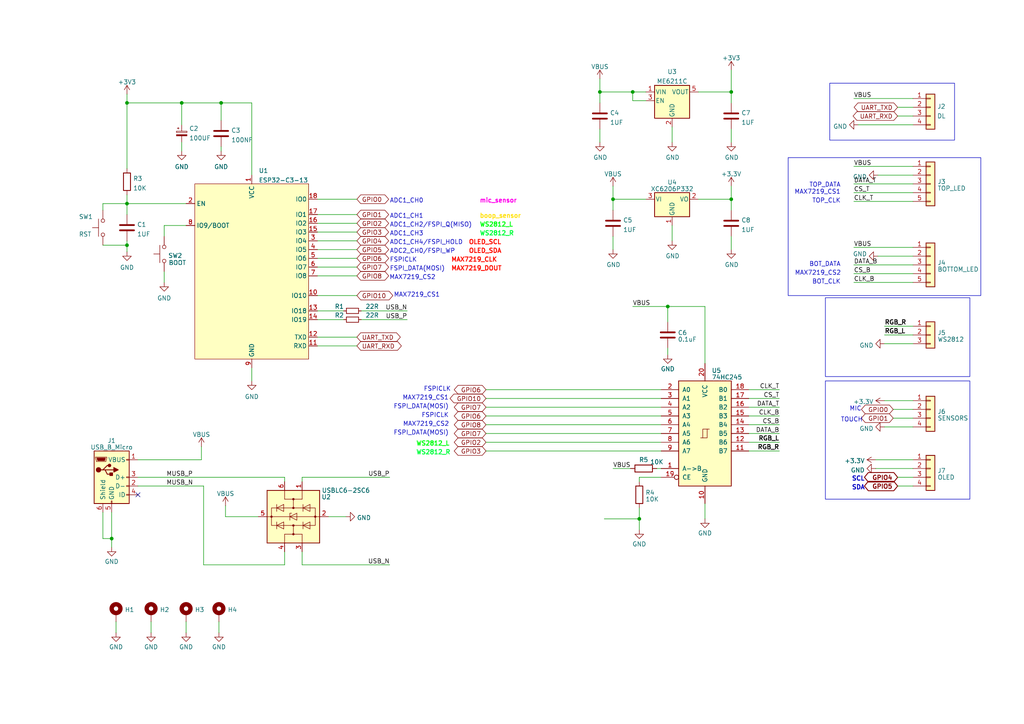
<source format=kicad_sch>
(kicad_sch (version 20230121) (generator eeschema)

  (uuid f5aaa60d-fc4c-47a7-a2c9-692443323a77)

  (paper "A4")

  (title_block
    (title "Protogen controller")
    (rev "V1.0")
    (company "IcyRime")
  )

  (lib_symbols
    (symbol "74xx:74HC245" (pin_names (offset 1.016)) (in_bom yes) (on_board yes)
      (property "Reference" "U" (at -7.62 16.51 0)
        (effects (font (size 1.27 1.27)))
      )
      (property "Value" "74HC245" (at -7.62 -16.51 0)
        (effects (font (size 1.27 1.27)))
      )
      (property "Footprint" "" (at 0 0 0)
        (effects (font (size 1.27 1.27)) hide)
      )
      (property "Datasheet" "http://www.ti.com/lit/gpn/sn74HC245" (at 0 0 0)
        (effects (font (size 1.27 1.27)) hide)
      )
      (property "ki_locked" "" (at 0 0 0)
        (effects (font (size 1.27 1.27)))
      )
      (property "ki_keywords" "HCMOS BUS 3State" (at 0 0 0)
        (effects (font (size 1.27 1.27)) hide)
      )
      (property "ki_description" "Octal BUS Transceivers, 3-State outputs" (at 0 0 0)
        (effects (font (size 1.27 1.27)) hide)
      )
      (property "ki_fp_filters" "DIP?20*" (at 0 0 0)
        (effects (font (size 1.27 1.27)) hide)
      )
      (symbol "74HC245_1_0"
        (polyline
          (pts
            (xy -0.635 -1.27)
            (xy -0.635 1.27)
            (xy 0.635 1.27)
          )
          (stroke (width 0) (type default))
          (fill (type none))
        )
        (polyline
          (pts
            (xy -1.27 -1.27)
            (xy 0.635 -1.27)
            (xy 0.635 1.27)
            (xy 1.27 1.27)
          )
          (stroke (width 0) (type default))
          (fill (type none))
        )
        (pin input line (at -12.7 -10.16 0) (length 5.08)
          (name "A->B" (effects (font (size 1.27 1.27))))
          (number "1" (effects (font (size 1.27 1.27))))
        )
        (pin power_in line (at 0 -20.32 90) (length 5.08)
          (name "GND" (effects (font (size 1.27 1.27))))
          (number "10" (effects (font (size 1.27 1.27))))
        )
        (pin tri_state line (at 12.7 -5.08 180) (length 5.08)
          (name "B7" (effects (font (size 1.27 1.27))))
          (number "11" (effects (font (size 1.27 1.27))))
        )
        (pin tri_state line (at 12.7 -2.54 180) (length 5.08)
          (name "B6" (effects (font (size 1.27 1.27))))
          (number "12" (effects (font (size 1.27 1.27))))
        )
        (pin tri_state line (at 12.7 0 180) (length 5.08)
          (name "B5" (effects (font (size 1.27 1.27))))
          (number "13" (effects (font (size 1.27 1.27))))
        )
        (pin tri_state line (at 12.7 2.54 180) (length 5.08)
          (name "B4" (effects (font (size 1.27 1.27))))
          (number "14" (effects (font (size 1.27 1.27))))
        )
        (pin tri_state line (at 12.7 5.08 180) (length 5.08)
          (name "B3" (effects (font (size 1.27 1.27))))
          (number "15" (effects (font (size 1.27 1.27))))
        )
        (pin tri_state line (at 12.7 7.62 180) (length 5.08)
          (name "B2" (effects (font (size 1.27 1.27))))
          (number "16" (effects (font (size 1.27 1.27))))
        )
        (pin tri_state line (at 12.7 10.16 180) (length 5.08)
          (name "B1" (effects (font (size 1.27 1.27))))
          (number "17" (effects (font (size 1.27 1.27))))
        )
        (pin tri_state line (at 12.7 12.7 180) (length 5.08)
          (name "B0" (effects (font (size 1.27 1.27))))
          (number "18" (effects (font (size 1.27 1.27))))
        )
        (pin input inverted (at -12.7 -12.7 0) (length 5.08)
          (name "CE" (effects (font (size 1.27 1.27))))
          (number "19" (effects (font (size 1.27 1.27))))
        )
        (pin tri_state line (at -12.7 12.7 0) (length 5.08)
          (name "A0" (effects (font (size 1.27 1.27))))
          (number "2" (effects (font (size 1.27 1.27))))
        )
        (pin power_in line (at 0 20.32 270) (length 5.08)
          (name "VCC" (effects (font (size 1.27 1.27))))
          (number "20" (effects (font (size 1.27 1.27))))
        )
        (pin tri_state line (at -12.7 10.16 0) (length 5.08)
          (name "A1" (effects (font (size 1.27 1.27))))
          (number "3" (effects (font (size 1.27 1.27))))
        )
        (pin tri_state line (at -12.7 7.62 0) (length 5.08)
          (name "A2" (effects (font (size 1.27 1.27))))
          (number "4" (effects (font (size 1.27 1.27))))
        )
        (pin tri_state line (at -12.7 5.08 0) (length 5.08)
          (name "A3" (effects (font (size 1.27 1.27))))
          (number "5" (effects (font (size 1.27 1.27))))
        )
        (pin tri_state line (at -12.7 2.54 0) (length 5.08)
          (name "A4" (effects (font (size 1.27 1.27))))
          (number "6" (effects (font (size 1.27 1.27))))
        )
        (pin tri_state line (at -12.7 0 0) (length 5.08)
          (name "A5" (effects (font (size 1.27 1.27))))
          (number "7" (effects (font (size 1.27 1.27))))
        )
        (pin tri_state line (at -12.7 -2.54 0) (length 5.08)
          (name "A6" (effects (font (size 1.27 1.27))))
          (number "8" (effects (font (size 1.27 1.27))))
        )
        (pin tri_state line (at -12.7 -5.08 0) (length 5.08)
          (name "A7" (effects (font (size 1.27 1.27))))
          (number "9" (effects (font (size 1.27 1.27))))
        )
      )
      (symbol "74HC245_1_1"
        (rectangle (start -7.62 15.24) (end 7.62 -15.24)
          (stroke (width 0.254) (type default))
          (fill (type background))
        )
      )
    )
    (symbol "Connector:USB_B_Micro" (pin_names (offset 1.016)) (in_bom yes) (on_board yes)
      (property "Reference" "J" (at -5.08 11.43 0)
        (effects (font (size 1.27 1.27)) (justify left))
      )
      (property "Value" "USB_B_Micro" (at -5.08 8.89 0)
        (effects (font (size 1.27 1.27)) (justify left))
      )
      (property "Footprint" "" (at 3.81 -1.27 0)
        (effects (font (size 1.27 1.27)) hide)
      )
      (property "Datasheet" "~" (at 3.81 -1.27 0)
        (effects (font (size 1.27 1.27)) hide)
      )
      (property "ki_keywords" "connector USB micro" (at 0 0 0)
        (effects (font (size 1.27 1.27)) hide)
      )
      (property "ki_description" "USB Micro Type B connector" (at 0 0 0)
        (effects (font (size 1.27 1.27)) hide)
      )
      (property "ki_fp_filters" "USB*" (at 0 0 0)
        (effects (font (size 1.27 1.27)) hide)
      )
      (symbol "USB_B_Micro_0_1"
        (rectangle (start -5.08 -7.62) (end 5.08 7.62)
          (stroke (width 0.254) (type default))
          (fill (type background))
        )
        (circle (center -3.81 2.159) (radius 0.635)
          (stroke (width 0.254) (type default))
          (fill (type outline))
        )
        (circle (center -0.635 3.429) (radius 0.381)
          (stroke (width 0.254) (type default))
          (fill (type outline))
        )
        (rectangle (start -0.127 -7.62) (end 0.127 -6.858)
          (stroke (width 0) (type default))
          (fill (type none))
        )
        (polyline
          (pts
            (xy -1.905 2.159)
            (xy 0.635 2.159)
          )
          (stroke (width 0.254) (type default))
          (fill (type none))
        )
        (polyline
          (pts
            (xy -3.175 2.159)
            (xy -2.54 2.159)
            (xy -1.27 3.429)
            (xy -0.635 3.429)
          )
          (stroke (width 0.254) (type default))
          (fill (type none))
        )
        (polyline
          (pts
            (xy -2.54 2.159)
            (xy -1.905 2.159)
            (xy -1.27 0.889)
            (xy 0 0.889)
          )
          (stroke (width 0.254) (type default))
          (fill (type none))
        )
        (polyline
          (pts
            (xy 0.635 2.794)
            (xy 0.635 1.524)
            (xy 1.905 2.159)
            (xy 0.635 2.794)
          )
          (stroke (width 0.254) (type default))
          (fill (type outline))
        )
        (polyline
          (pts
            (xy -4.318 5.588)
            (xy -1.778 5.588)
            (xy -2.032 4.826)
            (xy -4.064 4.826)
            (xy -4.318 5.588)
          )
          (stroke (width 0) (type default))
          (fill (type outline))
        )
        (polyline
          (pts
            (xy -4.699 5.842)
            (xy -4.699 5.588)
            (xy -4.445 4.826)
            (xy -4.445 4.572)
            (xy -1.651 4.572)
            (xy -1.651 4.826)
            (xy -1.397 5.588)
            (xy -1.397 5.842)
            (xy -4.699 5.842)
          )
          (stroke (width 0) (type default))
          (fill (type none))
        )
        (rectangle (start 0.254 1.27) (end -0.508 0.508)
          (stroke (width 0.254) (type default))
          (fill (type outline))
        )
        (rectangle (start 5.08 -5.207) (end 4.318 -4.953)
          (stroke (width 0) (type default))
          (fill (type none))
        )
        (rectangle (start 5.08 -2.667) (end 4.318 -2.413)
          (stroke (width 0) (type default))
          (fill (type none))
        )
        (rectangle (start 5.08 -0.127) (end 4.318 0.127)
          (stroke (width 0) (type default))
          (fill (type none))
        )
        (rectangle (start 5.08 4.953) (end 4.318 5.207)
          (stroke (width 0) (type default))
          (fill (type none))
        )
      )
      (symbol "USB_B_Micro_1_1"
        (pin power_out line (at 7.62 5.08 180) (length 2.54)
          (name "VBUS" (effects (font (size 1.27 1.27))))
          (number "1" (effects (font (size 1.27 1.27))))
        )
        (pin bidirectional line (at 7.62 -2.54 180) (length 2.54)
          (name "D-" (effects (font (size 1.27 1.27))))
          (number "2" (effects (font (size 1.27 1.27))))
        )
        (pin bidirectional line (at 7.62 0 180) (length 2.54)
          (name "D+" (effects (font (size 1.27 1.27))))
          (number "3" (effects (font (size 1.27 1.27))))
        )
        (pin passive line (at 7.62 -5.08 180) (length 2.54)
          (name "ID" (effects (font (size 1.27 1.27))))
          (number "4" (effects (font (size 1.27 1.27))))
        )
        (pin power_out line (at 0 -10.16 90) (length 2.54)
          (name "GND" (effects (font (size 1.27 1.27))))
          (number "5" (effects (font (size 1.27 1.27))))
        )
        (pin passive line (at -2.54 -10.16 90) (length 2.54)
          (name "Shield" (effects (font (size 1.27 1.27))))
          (number "6" (effects (font (size 1.27 1.27))))
        )
      )
    )
    (symbol "Connector_Generic:Conn_01x03" (pin_names (offset 1.016) hide) (in_bom yes) (on_board yes)
      (property "Reference" "J" (at 0 5.08 0)
        (effects (font (size 1.27 1.27)))
      )
      (property "Value" "Conn_01x03" (at 0 -5.08 0)
        (effects (font (size 1.27 1.27)))
      )
      (property "Footprint" "" (at 0 0 0)
        (effects (font (size 1.27 1.27)) hide)
      )
      (property "Datasheet" "~" (at 0 0 0)
        (effects (font (size 1.27 1.27)) hide)
      )
      (property "ki_keywords" "connector" (at 0 0 0)
        (effects (font (size 1.27 1.27)) hide)
      )
      (property "ki_description" "Generic connector, single row, 01x03, script generated (kicad-library-utils/schlib/autogen/connector/)" (at 0 0 0)
        (effects (font (size 1.27 1.27)) hide)
      )
      (property "ki_fp_filters" "Connector*:*_1x??_*" (at 0 0 0)
        (effects (font (size 1.27 1.27)) hide)
      )
      (symbol "Conn_01x03_1_1"
        (rectangle (start -1.27 -2.413) (end 0 -2.667)
          (stroke (width 0.1524) (type default))
          (fill (type none))
        )
        (rectangle (start -1.27 0.127) (end 0 -0.127)
          (stroke (width 0.1524) (type default))
          (fill (type none))
        )
        (rectangle (start -1.27 2.667) (end 0 2.413)
          (stroke (width 0.1524) (type default))
          (fill (type none))
        )
        (rectangle (start -1.27 3.81) (end 1.27 -3.81)
          (stroke (width 0.254) (type default))
          (fill (type background))
        )
        (pin passive line (at -5.08 2.54 0) (length 3.81)
          (name "Pin_1" (effects (font (size 1.27 1.27))))
          (number "1" (effects (font (size 1.27 1.27))))
        )
        (pin passive line (at -5.08 0 0) (length 3.81)
          (name "Pin_2" (effects (font (size 1.27 1.27))))
          (number "2" (effects (font (size 1.27 1.27))))
        )
        (pin passive line (at -5.08 -2.54 0) (length 3.81)
          (name "Pin_3" (effects (font (size 1.27 1.27))))
          (number "3" (effects (font (size 1.27 1.27))))
        )
      )
    )
    (symbol "Connector_Generic:Conn_01x04" (pin_names (offset 1.016) hide) (in_bom yes) (on_board yes)
      (property "Reference" "J" (at 0 5.08 0)
        (effects (font (size 1.27 1.27)))
      )
      (property "Value" "Conn_01x04" (at 0 -7.62 0)
        (effects (font (size 1.27 1.27)))
      )
      (property "Footprint" "" (at 0 0 0)
        (effects (font (size 1.27 1.27)) hide)
      )
      (property "Datasheet" "~" (at 0 0 0)
        (effects (font (size 1.27 1.27)) hide)
      )
      (property "ki_keywords" "connector" (at 0 0 0)
        (effects (font (size 1.27 1.27)) hide)
      )
      (property "ki_description" "Generic connector, single row, 01x04, script generated (kicad-library-utils/schlib/autogen/connector/)" (at 0 0 0)
        (effects (font (size 1.27 1.27)) hide)
      )
      (property "ki_fp_filters" "Connector*:*_1x??_*" (at 0 0 0)
        (effects (font (size 1.27 1.27)) hide)
      )
      (symbol "Conn_01x04_1_1"
        (rectangle (start -1.27 -4.953) (end 0 -5.207)
          (stroke (width 0.1524) (type default))
          (fill (type none))
        )
        (rectangle (start -1.27 -2.413) (end 0 -2.667)
          (stroke (width 0.1524) (type default))
          (fill (type none))
        )
        (rectangle (start -1.27 0.127) (end 0 -0.127)
          (stroke (width 0.1524) (type default))
          (fill (type none))
        )
        (rectangle (start -1.27 2.667) (end 0 2.413)
          (stroke (width 0.1524) (type default))
          (fill (type none))
        )
        (rectangle (start -1.27 3.81) (end 1.27 -6.35)
          (stroke (width 0.254) (type default))
          (fill (type background))
        )
        (pin passive line (at -5.08 2.54 0) (length 3.81)
          (name "Pin_1" (effects (font (size 1.27 1.27))))
          (number "1" (effects (font (size 1.27 1.27))))
        )
        (pin passive line (at -5.08 0 0) (length 3.81)
          (name "Pin_2" (effects (font (size 1.27 1.27))))
          (number "2" (effects (font (size 1.27 1.27))))
        )
        (pin passive line (at -5.08 -2.54 0) (length 3.81)
          (name "Pin_3" (effects (font (size 1.27 1.27))))
          (number "3" (effects (font (size 1.27 1.27))))
        )
        (pin passive line (at -5.08 -5.08 0) (length 3.81)
          (name "Pin_4" (effects (font (size 1.27 1.27))))
          (number "4" (effects (font (size 1.27 1.27))))
        )
      )
    )
    (symbol "Connector_Generic:Conn_01x05" (pin_names (offset 1.016) hide) (in_bom yes) (on_board yes)
      (property "Reference" "J" (at 0 7.62 0)
        (effects (font (size 1.27 1.27)))
      )
      (property "Value" "Conn_01x05" (at 0 -7.62 0)
        (effects (font (size 1.27 1.27)))
      )
      (property "Footprint" "" (at 0 0 0)
        (effects (font (size 1.27 1.27)) hide)
      )
      (property "Datasheet" "~" (at 0 0 0)
        (effects (font (size 1.27 1.27)) hide)
      )
      (property "ki_keywords" "connector" (at 0 0 0)
        (effects (font (size 1.27 1.27)) hide)
      )
      (property "ki_description" "Generic connector, single row, 01x05, script generated (kicad-library-utils/schlib/autogen/connector/)" (at 0 0 0)
        (effects (font (size 1.27 1.27)) hide)
      )
      (property "ki_fp_filters" "Connector*:*_1x??_*" (at 0 0 0)
        (effects (font (size 1.27 1.27)) hide)
      )
      (symbol "Conn_01x05_1_1"
        (rectangle (start -1.27 -4.953) (end 0 -5.207)
          (stroke (width 0.1524) (type default))
          (fill (type none))
        )
        (rectangle (start -1.27 -2.413) (end 0 -2.667)
          (stroke (width 0.1524) (type default))
          (fill (type none))
        )
        (rectangle (start -1.27 0.127) (end 0 -0.127)
          (stroke (width 0.1524) (type default))
          (fill (type none))
        )
        (rectangle (start -1.27 2.667) (end 0 2.413)
          (stroke (width 0.1524) (type default))
          (fill (type none))
        )
        (rectangle (start -1.27 5.207) (end 0 4.953)
          (stroke (width 0.1524) (type default))
          (fill (type none))
        )
        (rectangle (start -1.27 6.35) (end 1.27 -6.35)
          (stroke (width 0.254) (type default))
          (fill (type background))
        )
        (pin passive line (at -5.08 5.08 0) (length 3.81)
          (name "Pin_1" (effects (font (size 1.27 1.27))))
          (number "1" (effects (font (size 1.27 1.27))))
        )
        (pin passive line (at -5.08 2.54 0) (length 3.81)
          (name "Pin_2" (effects (font (size 1.27 1.27))))
          (number "2" (effects (font (size 1.27 1.27))))
        )
        (pin passive line (at -5.08 0 0) (length 3.81)
          (name "Pin_3" (effects (font (size 1.27 1.27))))
          (number "3" (effects (font (size 1.27 1.27))))
        )
        (pin passive line (at -5.08 -2.54 0) (length 3.81)
          (name "Pin_4" (effects (font (size 1.27 1.27))))
          (number "4" (effects (font (size 1.27 1.27))))
        )
        (pin passive line (at -5.08 -5.08 0) (length 3.81)
          (name "Pin_5" (effects (font (size 1.27 1.27))))
          (number "5" (effects (font (size 1.27 1.27))))
        )
      )
    )
    (symbol "CustomLIB:ESP32-C3-13" (in_bom yes) (on_board yes)
      (property "Reference" "U" (at -15.875 28.575 0)
        (effects (font (size 1.27 1.27)))
      )
      (property "Value" "ESP32-C3-13" (at -9.525 25.4 0)
        (effects (font (size 1.27 1.27)))
      )
      (property "Footprint" "CustomLIB:ESP32-C3-13" (at -16.51 29.845 0)
        (effects (font (size 1.27 1.27)) hide)
      )
      (property "Datasheet" "" (at -16.51 29.845 0)
        (effects (font (size 1.27 1.27)) hide)
      )
      (symbol "ESP32-C3-13_0_1"
        (rectangle (start -16.51 -26.67) (end 16.51 24.13)
          (stroke (width 0) (type default))
          (fill (type background))
        )
      )
      (symbol "ESP32-C3-13_1_1"
        (pin power_in line (at 0 26.67 270) (length 2.54)
          (name "VCC" (effects (font (size 1.27 1.27))))
          (number "1" (effects (font (size 1.27 1.27))))
        )
        (pin bidirectional line (at 19.05 -8.255 180) (length 2.54)
          (name "IO10" (effects (font (size 1.27 1.27))))
          (number "10" (effects (font (size 1.27 1.27))))
        )
        (pin bidirectional line (at 19.05 -22.86 180) (length 2.54)
          (name "RXD" (effects (font (size 1.27 1.27))))
          (number "11" (effects (font (size 1.27 1.27))))
        )
        (pin bidirectional line (at 19.05 -20.32 180) (length 2.54)
          (name "TXD" (effects (font (size 1.27 1.27))))
          (number "12" (effects (font (size 1.27 1.27))))
        )
        (pin bidirectional line (at 19.05 -12.7 180) (length 2.54)
          (name "IO18" (effects (font (size 1.27 1.27))))
          (number "13" (effects (font (size 1.27 1.27))))
        )
        (pin bidirectional line (at 19.05 -15.24 180) (length 2.54)
          (name "IO19" (effects (font (size 1.27 1.27))))
          (number "14" (effects (font (size 1.27 1.27))))
        )
        (pin bidirectional line (at 19.05 10.16 180) (length 2.54)
          (name "IO3" (effects (font (size 1.27 1.27))))
          (number "15" (effects (font (size 1.27 1.27))))
        )
        (pin bidirectional line (at 19.05 12.7 180) (length 2.54)
          (name "IO2" (effects (font (size 1.27 1.27))))
          (number "16" (effects (font (size 1.27 1.27))))
        )
        (pin bidirectional line (at 19.05 15.24 180) (length 2.54)
          (name "IO1" (effects (font (size 1.27 1.27))))
          (number "17" (effects (font (size 1.27 1.27))))
        )
        (pin bidirectional line (at 19.05 19.685 180) (length 2.54)
          (name "IO0" (effects (font (size 1.27 1.27))))
          (number "18" (effects (font (size 1.27 1.27))))
        )
        (pin input line (at -19.05 18.415 0) (length 2.54)
          (name "EN" (effects (font (size 1.27 1.27))))
          (number "2" (effects (font (size 1.27 1.27))))
        )
        (pin bidirectional line (at 19.05 7.62 180) (length 2.54)
          (name "IO4" (effects (font (size 1.27 1.27))))
          (number "3" (effects (font (size 1.27 1.27))))
        )
        (pin bidirectional line (at 19.05 5.08 180) (length 2.54)
          (name "IO5" (effects (font (size 1.27 1.27))))
          (number "4" (effects (font (size 1.27 1.27))))
        )
        (pin bidirectional line (at 19.05 2.54 180) (length 2.54)
          (name "IO6" (effects (font (size 1.27 1.27))))
          (number "5" (effects (font (size 1.27 1.27))))
        )
        (pin bidirectional line (at 19.05 0 180) (length 2.54)
          (name "IO7" (effects (font (size 1.27 1.27))))
          (number "6" (effects (font (size 1.27 1.27))))
        )
        (pin bidirectional line (at 19.05 -2.54 180) (length 2.54)
          (name "IO8" (effects (font (size 1.27 1.27))))
          (number "7" (effects (font (size 1.27 1.27))))
        )
        (pin bidirectional line (at -19.05 12.065 0) (length 2.54)
          (name "IO9/BOOT" (effects (font (size 1.27 1.27))))
          (number "8" (effects (font (size 1.27 1.27))))
        )
        (pin power_in line (at 0 -29.21 90) (length 2.54)
          (name "GND" (effects (font (size 1.27 1.27))))
          (number "9" (effects (font (size 1.27 1.27))))
        )
      )
    )
    (symbol "CustomLIB:ME6211C" (pin_names (offset 0.254)) (in_bom yes) (on_board yes)
      (property "Reference" "U" (at -5.08 5.715 0)
        (effects (font (size 1.27 1.27)) (justify left))
      )
      (property "Value" "ME6211C" (at 0 5.715 0)
        (effects (font (size 1.27 1.27)) (justify left))
      )
      (property "Footprint" "Package_TO_SOT_SMD:SOT-23-5" (at 0 8.255 0)
        (effects (font (size 1.27 1.27)) hide)
      )
      (property "Datasheet" "https://datasheet.lcsc.com/szlcsc/Nanjing-Micro-One-Elec-ME6211C33M5G-N_C82942.pdf" (at 0 2.54 0)
        (effects (font (size 1.27 1.27)) hide)
      )
      (property "ki_keywords" "linear regulator ldo fixed positive" (at 0 0 0)
        (effects (font (size 1.27 1.27)) hide)
      )
      (property "ki_description" "500mA low dropout linear regulator, wide input voltage range, 3.3V fixed positive output, SOT-23-5" (at 0 0 0)
        (effects (font (size 1.27 1.27)) hide)
      )
      (property "ki_fp_filters" "SOT?23?5*" (at 0 0 0)
        (effects (font (size 1.27 1.27)) hide)
      )
      (symbol "ME6211C_0_1"
        (rectangle (start -5.08 4.445) (end 5.08 -5.08)
          (stroke (width 0.254) (type default))
          (fill (type background))
        )
      )
      (symbol "ME6211C_1_1"
        (pin power_in line (at -7.62 2.54 0) (length 2.54)
          (name "VIN" (effects (font (size 1.27 1.27))))
          (number "1" (effects (font (size 1.27 1.27))))
        )
        (pin power_in line (at 0 -7.62 90) (length 2.54)
          (name "GND" (effects (font (size 1.27 1.27))))
          (number "2" (effects (font (size 1.27 1.27))))
        )
        (pin input line (at -7.62 0 0) (length 2.54)
          (name "EN" (effects (font (size 1.27 1.27))))
          (number "3" (effects (font (size 1.27 1.27))))
        )
        (pin no_connect line (at 5.08 0 180) (length 2.54) hide
          (name "NC" (effects (font (size 1.27 1.27))))
          (number "4" (effects (font (size 1.27 1.27))))
        )
        (pin power_out line (at 7.62 2.54 180) (length 2.54)
          (name "VOUT" (effects (font (size 1.27 1.27))))
          (number "5" (effects (font (size 1.27 1.27))))
        )
      )
    )
    (symbol "Device:C" (pin_numbers hide) (pin_names (offset 0.254)) (in_bom yes) (on_board yes)
      (property "Reference" "C" (at 0.635 2.54 0)
        (effects (font (size 1.27 1.27)) (justify left))
      )
      (property "Value" "C" (at 0.635 -2.54 0)
        (effects (font (size 1.27 1.27)) (justify left))
      )
      (property "Footprint" "" (at 0.9652 -3.81 0)
        (effects (font (size 1.27 1.27)) hide)
      )
      (property "Datasheet" "~" (at 0 0 0)
        (effects (font (size 1.27 1.27)) hide)
      )
      (property "ki_keywords" "cap capacitor" (at 0 0 0)
        (effects (font (size 1.27 1.27)) hide)
      )
      (property "ki_description" "Unpolarized capacitor" (at 0 0 0)
        (effects (font (size 1.27 1.27)) hide)
      )
      (property "ki_fp_filters" "C_*" (at 0 0 0)
        (effects (font (size 1.27 1.27)) hide)
      )
      (symbol "C_0_1"
        (polyline
          (pts
            (xy -2.032 -0.762)
            (xy 2.032 -0.762)
          )
          (stroke (width 0.508) (type default))
          (fill (type none))
        )
        (polyline
          (pts
            (xy -2.032 0.762)
            (xy 2.032 0.762)
          )
          (stroke (width 0.508) (type default))
          (fill (type none))
        )
      )
      (symbol "C_1_1"
        (pin passive line (at 0 3.81 270) (length 2.794)
          (name "~" (effects (font (size 1.27 1.27))))
          (number "1" (effects (font (size 1.27 1.27))))
        )
        (pin passive line (at 0 -3.81 90) (length 2.794)
          (name "~" (effects (font (size 1.27 1.27))))
          (number "2" (effects (font (size 1.27 1.27))))
        )
      )
    )
    (symbol "Device:C_Polarized_Small" (pin_numbers hide) (pin_names (offset 0.254) hide) (in_bom yes) (on_board yes)
      (property "Reference" "C" (at 0.254 1.778 0)
        (effects (font (size 1.27 1.27)) (justify left))
      )
      (property "Value" "C_Polarized_Small" (at 0.254 -2.032 0)
        (effects (font (size 1.27 1.27)) (justify left))
      )
      (property "Footprint" "" (at 0 0 0)
        (effects (font (size 1.27 1.27)) hide)
      )
      (property "Datasheet" "~" (at 0 0 0)
        (effects (font (size 1.27 1.27)) hide)
      )
      (property "ki_keywords" "cap capacitor" (at 0 0 0)
        (effects (font (size 1.27 1.27)) hide)
      )
      (property "ki_description" "Polarized capacitor, small symbol" (at 0 0 0)
        (effects (font (size 1.27 1.27)) hide)
      )
      (property "ki_fp_filters" "CP_*" (at 0 0 0)
        (effects (font (size 1.27 1.27)) hide)
      )
      (symbol "C_Polarized_Small_0_1"
        (rectangle (start -1.524 -0.3048) (end 1.524 -0.6858)
          (stroke (width 0) (type default))
          (fill (type outline))
        )
        (rectangle (start -1.524 0.6858) (end 1.524 0.3048)
          (stroke (width 0) (type default))
          (fill (type none))
        )
        (polyline
          (pts
            (xy -1.27 1.524)
            (xy -0.762 1.524)
          )
          (stroke (width 0) (type default))
          (fill (type none))
        )
        (polyline
          (pts
            (xy -1.016 1.27)
            (xy -1.016 1.778)
          )
          (stroke (width 0) (type default))
          (fill (type none))
        )
      )
      (symbol "C_Polarized_Small_1_1"
        (pin passive line (at 0 2.54 270) (length 1.8542)
          (name "~" (effects (font (size 1.27 1.27))))
          (number "1" (effects (font (size 1.27 1.27))))
        )
        (pin passive line (at 0 -2.54 90) (length 1.8542)
          (name "~" (effects (font (size 1.27 1.27))))
          (number "2" (effects (font (size 1.27 1.27))))
        )
      )
    )
    (symbol "Device:R" (pin_numbers hide) (pin_names (offset 0)) (in_bom yes) (on_board yes)
      (property "Reference" "R" (at 2.032 0 90)
        (effects (font (size 1.27 1.27)))
      )
      (property "Value" "R" (at 0 0 90)
        (effects (font (size 1.27 1.27)))
      )
      (property "Footprint" "" (at -1.778 0 90)
        (effects (font (size 1.27 1.27)) hide)
      )
      (property "Datasheet" "~" (at 0 0 0)
        (effects (font (size 1.27 1.27)) hide)
      )
      (property "ki_keywords" "R res resistor" (at 0 0 0)
        (effects (font (size 1.27 1.27)) hide)
      )
      (property "ki_description" "Resistor" (at 0 0 0)
        (effects (font (size 1.27 1.27)) hide)
      )
      (property "ki_fp_filters" "R_*" (at 0 0 0)
        (effects (font (size 1.27 1.27)) hide)
      )
      (symbol "R_0_1"
        (rectangle (start -1.016 -2.54) (end 1.016 2.54)
          (stroke (width 0.254) (type default))
          (fill (type none))
        )
      )
      (symbol "R_1_1"
        (pin passive line (at 0 3.81 270) (length 1.27)
          (name "~" (effects (font (size 1.27 1.27))))
          (number "1" (effects (font (size 1.27 1.27))))
        )
        (pin passive line (at 0 -3.81 90) (length 1.27)
          (name "~" (effects (font (size 1.27 1.27))))
          (number "2" (effects (font (size 1.27 1.27))))
        )
      )
    )
    (symbol "Device:R_Small" (pin_numbers hide) (pin_names (offset 0.254) hide) (in_bom yes) (on_board yes)
      (property "Reference" "R" (at 0.762 0.508 0)
        (effects (font (size 1.27 1.27)) (justify left))
      )
      (property "Value" "R_Small" (at 0.762 -1.016 0)
        (effects (font (size 1.27 1.27)) (justify left))
      )
      (property "Footprint" "" (at 0 0 0)
        (effects (font (size 1.27 1.27)) hide)
      )
      (property "Datasheet" "~" (at 0 0 0)
        (effects (font (size 1.27 1.27)) hide)
      )
      (property "ki_keywords" "R resistor" (at 0 0 0)
        (effects (font (size 1.27 1.27)) hide)
      )
      (property "ki_description" "Resistor, small symbol" (at 0 0 0)
        (effects (font (size 1.27 1.27)) hide)
      )
      (property "ki_fp_filters" "R_*" (at 0 0 0)
        (effects (font (size 1.27 1.27)) hide)
      )
      (symbol "R_Small_0_1"
        (rectangle (start -0.762 1.778) (end 0.762 -1.778)
          (stroke (width 0.2032) (type default))
          (fill (type none))
        )
      )
      (symbol "R_Small_1_1"
        (pin passive line (at 0 2.54 270) (length 0.762)
          (name "~" (effects (font (size 1.27 1.27))))
          (number "1" (effects (font (size 1.27 1.27))))
        )
        (pin passive line (at 0 -2.54 90) (length 0.762)
          (name "~" (effects (font (size 1.27 1.27))))
          (number "2" (effects (font (size 1.27 1.27))))
        )
      )
    )
    (symbol "GND_1" (power) (pin_names (offset 0)) (in_bom yes) (on_board yes)
      (property "Reference" "#PWR" (at 0 -6.35 0)
        (effects (font (size 1.27 1.27)) hide)
      )
      (property "Value" "GND_1" (at 0 -3.81 0)
        (effects (font (size 1.27 1.27)))
      )
      (property "Footprint" "" (at 0 0 0)
        (effects (font (size 1.27 1.27)) hide)
      )
      (property "Datasheet" "" (at 0 0 0)
        (effects (font (size 1.27 1.27)) hide)
      )
      (property "ki_keywords" "global power" (at 0 0 0)
        (effects (font (size 1.27 1.27)) hide)
      )
      (property "ki_description" "Power symbol creates a global label with name \"GND\" , ground" (at 0 0 0)
        (effects (font (size 1.27 1.27)) hide)
      )
      (symbol "GND_1_0_1"
        (polyline
          (pts
            (xy 0 0)
            (xy 0 -1.27)
            (xy 1.27 -1.27)
            (xy 0 -2.54)
            (xy -1.27 -1.27)
            (xy 0 -1.27)
          )
          (stroke (width 0) (type default))
          (fill (type none))
        )
      )
      (symbol "GND_1_1_1"
        (pin power_in line (at 0 0 270) (length 0) hide
          (name "GND" (effects (font (size 1.27 1.27))))
          (number "1" (effects (font (size 1.27 1.27))))
        )
      )
    )
    (symbol "GND_2" (power) (pin_names (offset 0)) (in_bom yes) (on_board yes)
      (property "Reference" "#PWR" (at 0 -6.35 0)
        (effects (font (size 1.27 1.27)) hide)
      )
      (property "Value" "GND_2" (at 0 -3.81 0)
        (effects (font (size 1.27 1.27)))
      )
      (property "Footprint" "" (at 0 0 0)
        (effects (font (size 1.27 1.27)) hide)
      )
      (property "Datasheet" "" (at 0 0 0)
        (effects (font (size 1.27 1.27)) hide)
      )
      (property "ki_keywords" "global power" (at 0 0 0)
        (effects (font (size 1.27 1.27)) hide)
      )
      (property "ki_description" "Power symbol creates a global label with name \"GND\" , ground" (at 0 0 0)
        (effects (font (size 1.27 1.27)) hide)
      )
      (symbol "GND_2_0_1"
        (polyline
          (pts
            (xy 0 0)
            (xy 0 -1.27)
            (xy 1.27 -1.27)
            (xy 0 -2.54)
            (xy -1.27 -1.27)
            (xy 0 -1.27)
          )
          (stroke (width 0) (type default))
          (fill (type none))
        )
      )
      (symbol "GND_2_1_1"
        (pin power_in line (at 0 0 270) (length 0) hide
          (name "GND" (effects (font (size 1.27 1.27))))
          (number "1" (effects (font (size 1.27 1.27))))
        )
      )
    )
    (symbol "Mechanical:MountingHole_Pad" (pin_numbers hide) (pin_names (offset 1.016) hide) (in_bom yes) (on_board yes)
      (property "Reference" "H" (at 0 6.35 0)
        (effects (font (size 1.27 1.27)))
      )
      (property "Value" "MountingHole_Pad" (at 0 4.445 0)
        (effects (font (size 1.27 1.27)))
      )
      (property "Footprint" "" (at 0 0 0)
        (effects (font (size 1.27 1.27)) hide)
      )
      (property "Datasheet" "~" (at 0 0 0)
        (effects (font (size 1.27 1.27)) hide)
      )
      (property "ki_keywords" "mounting hole" (at 0 0 0)
        (effects (font (size 1.27 1.27)) hide)
      )
      (property "ki_description" "Mounting Hole with connection" (at 0 0 0)
        (effects (font (size 1.27 1.27)) hide)
      )
      (property "ki_fp_filters" "MountingHole*Pad*" (at 0 0 0)
        (effects (font (size 1.27 1.27)) hide)
      )
      (symbol "MountingHole_Pad_0_1"
        (circle (center 0 1.27) (radius 1.27)
          (stroke (width 1.27) (type default))
          (fill (type none))
        )
      )
      (symbol "MountingHole_Pad_1_1"
        (pin input line (at 0 -2.54 90) (length 2.54)
          (name "1" (effects (font (size 1.27 1.27))))
          (number "1" (effects (font (size 1.27 1.27))))
        )
      )
    )
    (symbol "Power_Protection:USBLC6-2SC6" (pin_names hide) (in_bom yes) (on_board yes)
      (property "Reference" "U" (at 2.54 8.89 0)
        (effects (font (size 1.27 1.27)) (justify left))
      )
      (property "Value" "USBLC6-2SC6" (at 2.54 -8.89 0)
        (effects (font (size 1.27 1.27)) (justify left))
      )
      (property "Footprint" "Package_TO_SOT_SMD:SOT-23-6" (at 0 -12.7 0)
        (effects (font (size 1.27 1.27)) hide)
      )
      (property "Datasheet" "https://www.st.com/resource/en/datasheet/usblc6-2.pdf" (at 5.08 8.89 0)
        (effects (font (size 1.27 1.27)) hide)
      )
      (property "ki_keywords" "usb ethernet video" (at 0 0 0)
        (effects (font (size 1.27 1.27)) hide)
      )
      (property "ki_description" "Very low capacitance ESD protection diode, 2 data-line, SOT-23-6" (at 0 0 0)
        (effects (font (size 1.27 1.27)) hide)
      )
      (property "ki_fp_filters" "SOT?23*" (at 0 0 0)
        (effects (font (size 1.27 1.27)) hide)
      )
      (symbol "USBLC6-2SC6_0_1"
        (rectangle (start -7.62 -7.62) (end 7.62 7.62)
          (stroke (width 0.254) (type default))
          (fill (type background))
        )
        (circle (center -5.08 0) (radius 0.254)
          (stroke (width 0) (type default))
          (fill (type outline))
        )
        (circle (center -2.54 0) (radius 0.254)
          (stroke (width 0) (type default))
          (fill (type outline))
        )
        (rectangle (start -2.54 6.35) (end 2.54 -6.35)
          (stroke (width 0) (type default))
          (fill (type none))
        )
        (circle (center 0 -6.35) (radius 0.254)
          (stroke (width 0) (type default))
          (fill (type outline))
        )
        (polyline
          (pts
            (xy -5.08 -2.54)
            (xy -7.62 -2.54)
          )
          (stroke (width 0) (type default))
          (fill (type none))
        )
        (polyline
          (pts
            (xy -5.08 0)
            (xy -5.08 -2.54)
          )
          (stroke (width 0) (type default))
          (fill (type none))
        )
        (polyline
          (pts
            (xy -5.08 2.54)
            (xy -7.62 2.54)
          )
          (stroke (width 0) (type default))
          (fill (type none))
        )
        (polyline
          (pts
            (xy -1.524 -2.794)
            (xy -3.556 -2.794)
          )
          (stroke (width 0) (type default))
          (fill (type none))
        )
        (polyline
          (pts
            (xy -1.524 4.826)
            (xy -3.556 4.826)
          )
          (stroke (width 0) (type default))
          (fill (type none))
        )
        (polyline
          (pts
            (xy 0 -7.62)
            (xy 0 -6.35)
          )
          (stroke (width 0) (type default))
          (fill (type none))
        )
        (polyline
          (pts
            (xy 0 -6.35)
            (xy 0 1.27)
          )
          (stroke (width 0) (type default))
          (fill (type none))
        )
        (polyline
          (pts
            (xy 0 1.27)
            (xy 0 6.35)
          )
          (stroke (width 0) (type default))
          (fill (type none))
        )
        (polyline
          (pts
            (xy 0 6.35)
            (xy 0 7.62)
          )
          (stroke (width 0) (type default))
          (fill (type none))
        )
        (polyline
          (pts
            (xy 1.524 -2.794)
            (xy 3.556 -2.794)
          )
          (stroke (width 0) (type default))
          (fill (type none))
        )
        (polyline
          (pts
            (xy 1.524 4.826)
            (xy 3.556 4.826)
          )
          (stroke (width 0) (type default))
          (fill (type none))
        )
        (polyline
          (pts
            (xy 5.08 -2.54)
            (xy 7.62 -2.54)
          )
          (stroke (width 0) (type default))
          (fill (type none))
        )
        (polyline
          (pts
            (xy 5.08 0)
            (xy 5.08 -2.54)
          )
          (stroke (width 0) (type default))
          (fill (type none))
        )
        (polyline
          (pts
            (xy 5.08 2.54)
            (xy 7.62 2.54)
          )
          (stroke (width 0) (type default))
          (fill (type none))
        )
        (polyline
          (pts
            (xy -2.54 0)
            (xy -5.08 0)
            (xy -5.08 2.54)
          )
          (stroke (width 0) (type default))
          (fill (type none))
        )
        (polyline
          (pts
            (xy 2.54 0)
            (xy 5.08 0)
            (xy 5.08 2.54)
          )
          (stroke (width 0) (type default))
          (fill (type none))
        )
        (polyline
          (pts
            (xy -3.556 -4.826)
            (xy -1.524 -4.826)
            (xy -2.54 -2.794)
            (xy -3.556 -4.826)
          )
          (stroke (width 0) (type default))
          (fill (type none))
        )
        (polyline
          (pts
            (xy -3.556 2.794)
            (xy -1.524 2.794)
            (xy -2.54 4.826)
            (xy -3.556 2.794)
          )
          (stroke (width 0) (type default))
          (fill (type none))
        )
        (polyline
          (pts
            (xy -1.016 -1.016)
            (xy 1.016 -1.016)
            (xy 0 1.016)
            (xy -1.016 -1.016)
          )
          (stroke (width 0) (type default))
          (fill (type none))
        )
        (polyline
          (pts
            (xy 1.016 1.016)
            (xy 0.762 1.016)
            (xy -1.016 1.016)
            (xy -1.016 0.508)
          )
          (stroke (width 0) (type default))
          (fill (type none))
        )
        (polyline
          (pts
            (xy 3.556 -4.826)
            (xy 1.524 -4.826)
            (xy 2.54 -2.794)
            (xy 3.556 -4.826)
          )
          (stroke (width 0) (type default))
          (fill (type none))
        )
        (polyline
          (pts
            (xy 3.556 2.794)
            (xy 1.524 2.794)
            (xy 2.54 4.826)
            (xy 3.556 2.794)
          )
          (stroke (width 0) (type default))
          (fill (type none))
        )
        (circle (center 0 6.35) (radius 0.254)
          (stroke (width 0) (type default))
          (fill (type outline))
        )
        (circle (center 2.54 0) (radius 0.254)
          (stroke (width 0) (type default))
          (fill (type outline))
        )
        (circle (center 5.08 0) (radius 0.254)
          (stroke (width 0) (type default))
          (fill (type outline))
        )
      )
      (symbol "USBLC6-2SC6_1_1"
        (pin passive line (at -10.16 -2.54 0) (length 2.54)
          (name "I/O1" (effects (font (size 1.27 1.27))))
          (number "1" (effects (font (size 1.27 1.27))))
        )
        (pin passive line (at 0 -10.16 90) (length 2.54)
          (name "GND" (effects (font (size 1.27 1.27))))
          (number "2" (effects (font (size 1.27 1.27))))
        )
        (pin passive line (at 10.16 -2.54 180) (length 2.54)
          (name "I/O2" (effects (font (size 1.27 1.27))))
          (number "3" (effects (font (size 1.27 1.27))))
        )
        (pin passive line (at 10.16 2.54 180) (length 2.54)
          (name "I/O2" (effects (font (size 1.27 1.27))))
          (number "4" (effects (font (size 1.27 1.27))))
        )
        (pin passive line (at 0 10.16 270) (length 2.54)
          (name "VBUS" (effects (font (size 1.27 1.27))))
          (number "5" (effects (font (size 1.27 1.27))))
        )
        (pin passive line (at -10.16 2.54 0) (length 2.54)
          (name "I/O1" (effects (font (size 1.27 1.27))))
          (number "6" (effects (font (size 1.27 1.27))))
        )
      )
    )
    (symbol "Regulator_Linear:XC6206PxxxMR" (pin_names (offset 0.254)) (in_bom yes) (on_board yes)
      (property "Reference" "U" (at -3.81 3.175 0)
        (effects (font (size 1.27 1.27)))
      )
      (property "Value" "XC6206PxxxMR" (at 0 3.175 0)
        (effects (font (size 1.27 1.27)) (justify left))
      )
      (property "Footprint" "Package_TO_SOT_SMD:SOT-23-3" (at 0 5.715 0)
        (effects (font (size 1.27 1.27) italic) hide)
      )
      (property "Datasheet" "https://www.torexsemi.com/file/xc6206/XC6206.pdf" (at 0 0 0)
        (effects (font (size 1.27 1.27)) hide)
      )
      (property "ki_keywords" "Torex LDO Voltage Regulator Fixed Positive" (at 0 0 0)
        (effects (font (size 1.27 1.27)) hide)
      )
      (property "ki_description" "Positive 60-250mA Low Dropout Regulator, Fixed Output, SOT-23" (at 0 0 0)
        (effects (font (size 1.27 1.27)) hide)
      )
      (property "ki_fp_filters" "SOT?23?3*" (at 0 0 0)
        (effects (font (size 1.27 1.27)) hide)
      )
      (symbol "XC6206PxxxMR_0_1"
        (rectangle (start -5.08 1.905) (end 5.08 -5.08)
          (stroke (width 0.254) (type default))
          (fill (type background))
        )
      )
      (symbol "XC6206PxxxMR_1_1"
        (pin power_in line (at 0 -7.62 90) (length 2.54)
          (name "GND" (effects (font (size 1.27 1.27))))
          (number "1" (effects (font (size 1.27 1.27))))
        )
        (pin power_out line (at 7.62 0 180) (length 2.54)
          (name "VO" (effects (font (size 1.27 1.27))))
          (number "2" (effects (font (size 1.27 1.27))))
        )
        (pin power_in line (at -7.62 0 0) (length 2.54)
          (name "VI" (effects (font (size 1.27 1.27))))
          (number "3" (effects (font (size 1.27 1.27))))
        )
      )
    )
    (symbol "Switch:SW_Push" (pin_numbers hide) (pin_names (offset 1.016) hide) (in_bom yes) (on_board yes)
      (property "Reference" "SW" (at 1.27 2.54 0)
        (effects (font (size 1.27 1.27)) (justify left))
      )
      (property "Value" "SW_Push" (at 0 -1.524 0)
        (effects (font (size 1.27 1.27)))
      )
      (property "Footprint" "" (at 0 5.08 0)
        (effects (font (size 1.27 1.27)) hide)
      )
      (property "Datasheet" "~" (at 0 5.08 0)
        (effects (font (size 1.27 1.27)) hide)
      )
      (property "ki_keywords" "switch normally-open pushbutton push-button" (at 0 0 0)
        (effects (font (size 1.27 1.27)) hide)
      )
      (property "ki_description" "Push button switch, generic, two pins" (at 0 0 0)
        (effects (font (size 1.27 1.27)) hide)
      )
      (symbol "SW_Push_0_1"
        (circle (center -2.032 0) (radius 0.508)
          (stroke (width 0) (type default))
          (fill (type none))
        )
        (polyline
          (pts
            (xy 0 1.27)
            (xy 0 3.048)
          )
          (stroke (width 0) (type default))
          (fill (type none))
        )
        (polyline
          (pts
            (xy 2.54 1.27)
            (xy -2.54 1.27)
          )
          (stroke (width 0) (type default))
          (fill (type none))
        )
        (circle (center 2.032 0) (radius 0.508)
          (stroke (width 0) (type default))
          (fill (type none))
        )
        (pin passive line (at -5.08 0 0) (length 2.54)
          (name "1" (effects (font (size 1.27 1.27))))
          (number "1" (effects (font (size 1.27 1.27))))
        )
        (pin passive line (at 5.08 0 180) (length 2.54)
          (name "2" (effects (font (size 1.27 1.27))))
          (number "2" (effects (font (size 1.27 1.27))))
        )
      )
    )
    (symbol "power:+3.3V" (power) (pin_names (offset 0)) (in_bom yes) (on_board yes)
      (property "Reference" "#PWR" (at 0 -3.81 0)
        (effects (font (size 1.27 1.27)) hide)
      )
      (property "Value" "+3.3V" (at 0 3.556 0)
        (effects (font (size 1.27 1.27)))
      )
      (property "Footprint" "" (at 0 0 0)
        (effects (font (size 1.27 1.27)) hide)
      )
      (property "Datasheet" "" (at 0 0 0)
        (effects (font (size 1.27 1.27)) hide)
      )
      (property "ki_keywords" "global power" (at 0 0 0)
        (effects (font (size 1.27 1.27)) hide)
      )
      (property "ki_description" "Power symbol creates a global label with name \"+3.3V\"" (at 0 0 0)
        (effects (font (size 1.27 1.27)) hide)
      )
      (symbol "+3.3V_0_1"
        (polyline
          (pts
            (xy -0.762 1.27)
            (xy 0 2.54)
          )
          (stroke (width 0) (type default))
          (fill (type none))
        )
        (polyline
          (pts
            (xy 0 0)
            (xy 0 2.54)
          )
          (stroke (width 0) (type default))
          (fill (type none))
        )
        (polyline
          (pts
            (xy 0 2.54)
            (xy 0.762 1.27)
          )
          (stroke (width 0) (type default))
          (fill (type none))
        )
      )
      (symbol "+3.3V_1_1"
        (pin power_in line (at 0 0 90) (length 0) hide
          (name "+3.3V" (effects (font (size 1.27 1.27))))
          (number "1" (effects (font (size 1.27 1.27))))
        )
      )
    )
    (symbol "power:+3V3" (power) (pin_names (offset 0)) (in_bom yes) (on_board yes)
      (property "Reference" "#PWR" (at 0 -3.81 0)
        (effects (font (size 1.27 1.27)) hide)
      )
      (property "Value" "+3V3" (at 0 3.556 0)
        (effects (font (size 1.27 1.27)))
      )
      (property "Footprint" "" (at 0 0 0)
        (effects (font (size 1.27 1.27)) hide)
      )
      (property "Datasheet" "" (at 0 0 0)
        (effects (font (size 1.27 1.27)) hide)
      )
      (property "ki_keywords" "global power" (at 0 0 0)
        (effects (font (size 1.27 1.27)) hide)
      )
      (property "ki_description" "Power symbol creates a global label with name \"+3V3\"" (at 0 0 0)
        (effects (font (size 1.27 1.27)) hide)
      )
      (symbol "+3V3_0_1"
        (polyline
          (pts
            (xy -0.762 1.27)
            (xy 0 2.54)
          )
          (stroke (width 0) (type default))
          (fill (type none))
        )
        (polyline
          (pts
            (xy 0 0)
            (xy 0 2.54)
          )
          (stroke (width 0) (type default))
          (fill (type none))
        )
        (polyline
          (pts
            (xy 0 2.54)
            (xy 0.762 1.27)
          )
          (stroke (width 0) (type default))
          (fill (type none))
        )
      )
      (symbol "+3V3_1_1"
        (pin power_in line (at 0 0 90) (length 0) hide
          (name "+3V3" (effects (font (size 1.27 1.27))))
          (number "1" (effects (font (size 1.27 1.27))))
        )
      )
    )
    (symbol "power:GND" (power) (pin_names (offset 0)) (in_bom yes) (on_board yes)
      (property "Reference" "#PWR" (at 0 -6.35 0)
        (effects (font (size 1.27 1.27)) hide)
      )
      (property "Value" "GND" (at 0 -3.81 0)
        (effects (font (size 1.27 1.27)))
      )
      (property "Footprint" "" (at 0 0 0)
        (effects (font (size 1.27 1.27)) hide)
      )
      (property "Datasheet" "" (at 0 0 0)
        (effects (font (size 1.27 1.27)) hide)
      )
      (property "ki_keywords" "power-flag" (at 0 0 0)
        (effects (font (size 1.27 1.27)) hide)
      )
      (property "ki_description" "Power symbol creates a global label with name \"GND\" , ground" (at 0 0 0)
        (effects (font (size 1.27 1.27)) hide)
      )
      (symbol "GND_0_1"
        (polyline
          (pts
            (xy 0 0)
            (xy 0 -1.27)
            (xy 1.27 -1.27)
            (xy 0 -2.54)
            (xy -1.27 -1.27)
            (xy 0 -1.27)
          )
          (stroke (width 0) (type default))
          (fill (type none))
        )
      )
      (symbol "GND_1_1"
        (pin power_in line (at 0 0 270) (length 0) hide
          (name "GND" (effects (font (size 1.27 1.27))))
          (number "1" (effects (font (size 1.27 1.27))))
        )
      )
    )
    (symbol "power:VBUS" (power) (pin_names (offset 0)) (in_bom yes) (on_board yes)
      (property "Reference" "#PWR" (at 0 -3.81 0)
        (effects (font (size 1.27 1.27)) hide)
      )
      (property "Value" "VBUS" (at 0 3.81 0)
        (effects (font (size 1.27 1.27)))
      )
      (property "Footprint" "" (at 0 0 0)
        (effects (font (size 1.27 1.27)) hide)
      )
      (property "Datasheet" "" (at 0 0 0)
        (effects (font (size 1.27 1.27)) hide)
      )
      (property "ki_keywords" "global power" (at 0 0 0)
        (effects (font (size 1.27 1.27)) hide)
      )
      (property "ki_description" "Power symbol creates a global label with name \"VBUS\"" (at 0 0 0)
        (effects (font (size 1.27 1.27)) hide)
      )
      (symbol "VBUS_0_1"
        (polyline
          (pts
            (xy -0.762 1.27)
            (xy 0 2.54)
          )
          (stroke (width 0) (type default))
          (fill (type none))
        )
        (polyline
          (pts
            (xy 0 0)
            (xy 0 2.54)
          )
          (stroke (width 0) (type default))
          (fill (type none))
        )
        (polyline
          (pts
            (xy 0 2.54)
            (xy 0.762 1.27)
          )
          (stroke (width 0) (type default))
          (fill (type none))
        )
      )
      (symbol "VBUS_1_1"
        (pin power_in line (at 0 0 90) (length 0) hide
          (name "VBUS" (effects (font (size 1.27 1.27))))
          (number "1" (effects (font (size 1.27 1.27))))
        )
      )
    )
  )

  (junction (at 212.09 57.785) (diameter 0) (color 0 0 0 0)
    (uuid 07ad09be-df03-4c70-a4b3-626863913b82)
  )
  (junction (at 212.09 26.67) (diameter 0) (color 0 0 0 0)
    (uuid 2bd33e70-b9f4-4054-91b7-64f3c1982a10)
  )
  (junction (at 177.8 57.785) (diameter 0) (color 0 0 0 0)
    (uuid 3bbd246c-0d88-42df-a9a6-429a5aa5a24b)
  )
  (junction (at 36.83 29.845) (diameter 0) (color 0 0 0 0)
    (uuid 43097955-8b33-4f58-a391-d3309975d9ad)
  )
  (junction (at 185.42 150.495) (diameter 0) (color 0 0 0 0)
    (uuid 5d518194-822a-4b80-ad9f-c8842389e869)
  )
  (junction (at 183.515 26.67) (diameter 0) (color 0 0 0 0)
    (uuid 6a44e496-d2b5-41d7-99fa-602e6d348e09)
  )
  (junction (at 64.135 29.845) (diameter 0) (color 0 0 0 0)
    (uuid 6bbe6f28-cc60-4d13-a763-4edeba3a815c)
  )
  (junction (at 173.99 26.67) (diameter 0) (color 0 0 0 0)
    (uuid afc41535-17d4-4da3-8e4c-d21fcc63d2c7)
  )
  (junction (at 36.83 59.055) (diameter 0) (color 0 0 0 0)
    (uuid b660de5c-2eb5-4512-b159-d9df85557ef4)
  )
  (junction (at 52.705 29.845) (diameter 0) (color 0 0 0 0)
    (uuid c99c9e93-0f6c-4687-8536-b9ccb8ca9d93)
  )
  (junction (at 36.83 71.12) (diameter 0) (color 0 0 0 0)
    (uuid d8fac951-87ce-4c27-a676-11cc5ab3e5ed)
  )
  (junction (at 193.675 88.9) (diameter 0) (color 0 0 0 0)
    (uuid ea1aad3f-7d21-4392-84e9-01bb935e59ec)
  )
  (junction (at 32.385 156.21) (diameter 0) (color 0 0 0 0)
    (uuid f4e0719e-1a31-41e8-98ab-05b0bf16e4ee)
  )

  (no_connect (at 40.005 143.51) (uuid 9756d6dd-2fc5-4b72-85c6-1305f199abd6))

  (wire (pts (xy 40.005 138.43) (xy 82.55 138.43))
    (stroke (width 0) (type default))
    (uuid 06ca28fb-098a-4f64-a6c8-ddf542e9b7cf)
  )
  (wire (pts (xy 36.83 27.305) (xy 36.83 29.845))
    (stroke (width 0) (type default))
    (uuid 072e96e5-0223-4de6-ade6-c1bcbef0915e)
  )
  (wire (pts (xy 193.675 100.965) (xy 193.675 102.87))
    (stroke (width 0) (type default))
    (uuid 0b1d37e0-21d4-462a-95ac-aad1a35a6ba4)
  )
  (wire (pts (xy 217.17 125.73) (xy 226.06 125.73))
    (stroke (width 0) (type default))
    (uuid 0bc31c90-f736-4d6f-98c0-85a2f6a27341)
  )
  (wire (pts (xy 264.795 36.195) (xy 248.92 36.195))
    (stroke (width 0) (type default))
    (uuid 0bd7d51c-f1da-4d30-acd6-bbd745d8a570)
  )
  (wire (pts (xy 177.8 135.89) (xy 182.88 135.89))
    (stroke (width 0) (type default))
    (uuid 0e3242e5-23c0-440f-b25e-c360750852e6)
  )
  (wire (pts (xy 65.405 149.86) (xy 74.93 149.86))
    (stroke (width 0) (type default))
    (uuid 0f3abe47-2769-4ba8-a90f-c5f7af71e1af)
  )
  (wire (pts (xy 40.005 140.97) (xy 59.055 140.97))
    (stroke (width 0) (type default))
    (uuid 0fb662dc-bc1a-40ed-8a65-814b24c17f79)
  )
  (wire (pts (xy 64.135 42.545) (xy 64.135 43.815))
    (stroke (width 0) (type default))
    (uuid 17bb0989-1475-44b2-a261-a716395f2e27)
  )
  (wire (pts (xy 193.675 88.9) (xy 193.675 93.345))
    (stroke (width 0) (type default))
    (uuid 182a9cae-8c34-4785-af22-acc3142620dc)
  )
  (wire (pts (xy 140.97 113.03) (xy 191.77 113.03))
    (stroke (width 0) (type default))
    (uuid 19f0e9d0-b0ae-4512-9a4e-11610ebbdd00)
  )
  (wire (pts (xy 264.795 79.375) (xy 247.65 79.375))
    (stroke (width 0) (type default))
    (uuid 1a8e006c-9202-4d8d-a99a-fe274c246f98)
  )
  (wire (pts (xy 92.075 74.93) (xy 103.505 74.93))
    (stroke (width 0) (type default))
    (uuid 1ea87dd6-ae10-4a3d-9271-52f895b2cc2f)
  )
  (wire (pts (xy 177.8 53.975) (xy 177.8 57.785))
    (stroke (width 0) (type default))
    (uuid 1f026875-dce1-4a0b-b4ba-e0400a984c5c)
  )
  (wire (pts (xy 185.42 147.32) (xy 185.42 150.495))
    (stroke (width 0) (type default))
    (uuid 2034deef-0297-4e83-bb98-b92f55249ab2)
  )
  (wire (pts (xy 212.09 53.975) (xy 212.09 57.785))
    (stroke (width 0) (type default))
    (uuid 2125463a-b1c1-4498-929f-2def280ffcf9)
  )
  (wire (pts (xy 36.83 69.85) (xy 36.83 71.12))
    (stroke (width 0) (type default))
    (uuid 2273bb77-178f-42c0-87d7-201a65fc6b7b)
  )
  (wire (pts (xy 92.075 77.47) (xy 103.505 77.47))
    (stroke (width 0) (type default))
    (uuid 276687e7-80e9-4479-81d5-c24eeebdbfea)
  )
  (wire (pts (xy 65.405 146.685) (xy 65.405 149.86))
    (stroke (width 0) (type default))
    (uuid 2959c897-7147-40cc-9ebf-dfd5063ae675)
  )
  (wire (pts (xy 259.08 121.285) (xy 264.795 121.285))
    (stroke (width 0) (type default))
    (uuid 2b8801eb-9dbf-4d8c-9f3e-c45700387696)
  )
  (wire (pts (xy 191.77 138.43) (xy 185.42 138.43))
    (stroke (width 0) (type default))
    (uuid 2eaab0fe-9ea0-403a-af97-8377dfe011bc)
  )
  (wire (pts (xy 217.17 128.27) (xy 226.06 128.27))
    (stroke (width 0) (type default))
    (uuid 2f7dcd87-72b7-4365-90ea-37ab87e4dce2)
  )
  (wire (pts (xy 217.17 118.11) (xy 226.06 118.11))
    (stroke (width 0) (type default))
    (uuid 2f94822c-0c48-4113-befe-362d34ad4511)
  )
  (wire (pts (xy 73.025 29.845) (xy 73.025 50.8))
    (stroke (width 0) (type default))
    (uuid 321f1b76-be4b-4867-b580-03a591d7b750)
  )
  (wire (pts (xy 183.515 88.9) (xy 193.675 88.9))
    (stroke (width 0) (type default))
    (uuid 33050acd-53dc-4b3b-a327-bcb654dafcc0)
  )
  (wire (pts (xy 204.47 146.05) (xy 204.47 150.495))
    (stroke (width 0) (type default))
    (uuid 350437ee-5ac9-431a-a481-060c2bd19a03)
  )
  (wire (pts (xy 193.675 88.9) (xy 204.47 88.9))
    (stroke (width 0) (type default))
    (uuid 36855fa8-dd79-4ef5-80df-fe3ce9a2fb1d)
  )
  (wire (pts (xy 52.705 29.845) (xy 64.135 29.845))
    (stroke (width 0) (type default))
    (uuid 37889ffe-3ccd-47bc-aa5e-8cdaeadc27b6)
  )
  (wire (pts (xy 47.625 78.74) (xy 47.625 81.915))
    (stroke (width 0) (type default))
    (uuid 3c922da5-5097-4237-a9f7-5b3a76f317f2)
  )
  (wire (pts (xy 202.565 57.785) (xy 212.09 57.785))
    (stroke (width 0) (type default))
    (uuid 3dd34d55-9de6-4313-96fd-5ab25582d814)
  )
  (wire (pts (xy 36.83 71.12) (xy 36.83 73.025))
    (stroke (width 0) (type default))
    (uuid 3f04c224-e911-4709-ba18-0e63a3763ec6)
  )
  (wire (pts (xy 92.075 90.17) (xy 99.695 90.17))
    (stroke (width 0) (type default))
    (uuid 3f95bd55-7cd2-4158-8694-42f55d446b69)
  )
  (wire (pts (xy 140.97 125.73) (xy 191.77 125.73))
    (stroke (width 0) (type default))
    (uuid 3fc64b18-17db-4321-8dec-569645970dd6)
  )
  (wire (pts (xy 256.54 99.695) (xy 264.795 99.695))
    (stroke (width 0) (type default))
    (uuid 43a3e9dc-2ad2-445d-95bb-906c916b3a87)
  )
  (wire (pts (xy 183.515 26.67) (xy 187.325 26.67))
    (stroke (width 0) (type default))
    (uuid 47394967-642e-4c2f-adad-887252480d11)
  )
  (wire (pts (xy 36.83 29.845) (xy 36.83 48.895))
    (stroke (width 0) (type default))
    (uuid 49e4bbaa-0df8-4749-937e-8d7579367cda)
  )
  (wire (pts (xy 104.775 92.71) (xy 118.11 92.71))
    (stroke (width 0) (type default))
    (uuid 4a0d76c4-9e72-46d5-b395-eb95790330ea)
  )
  (wire (pts (xy 140.97 120.65) (xy 191.77 120.65))
    (stroke (width 0) (type default))
    (uuid 4ecfac70-5d2a-4e00-b683-984fedf901e8)
  )
  (wire (pts (xy 29.845 148.59) (xy 29.845 156.21))
    (stroke (width 0) (type default))
    (uuid 4fd4d89b-956c-477d-84b1-80ce82bdcb6a)
  )
  (wire (pts (xy 82.55 138.43) (xy 82.55 139.7))
    (stroke (width 0) (type default))
    (uuid 566f1c0a-5e14-42f8-af14-9e7fc9f70d27)
  )
  (wire (pts (xy 59.055 140.97) (xy 59.055 163.83))
    (stroke (width 0) (type default))
    (uuid 56b6e1d9-023e-48c1-8773-36407cccbc83)
  )
  (wire (pts (xy 64.135 29.845) (xy 73.025 29.845))
    (stroke (width 0) (type default))
    (uuid 5735cc1c-000f-4375-a55b-78b4207693f6)
  )
  (wire (pts (xy 217.17 113.03) (xy 226.06 113.03))
    (stroke (width 0) (type default))
    (uuid 573b8eb9-f74a-441b-bb55-ef966af95a56)
  )
  (wire (pts (xy 33.655 180.34) (xy 33.655 183.515))
    (stroke (width 0) (type default))
    (uuid 57a83f6f-ebef-4911-aca3-c45e2d1e8a75)
  )
  (wire (pts (xy 194.945 36.83) (xy 194.945 41.275))
    (stroke (width 0) (type default))
    (uuid 58ec1513-aefd-46ba-b3e7-8af5e2be5d7e)
  )
  (wire (pts (xy 264.795 138.43) (xy 260.35 138.43))
    (stroke (width 0) (type default))
    (uuid 5918a0bf-1a64-4731-b919-97a98371d7f6)
  )
  (wire (pts (xy 254 133.35) (xy 264.795 133.35))
    (stroke (width 0) (type default))
    (uuid 599a507e-1f2e-4124-bfe1-4c378da9b969)
  )
  (wire (pts (xy 47.625 65.405) (xy 47.625 68.58))
    (stroke (width 0) (type default))
    (uuid 59c1be6b-04f2-4cd0-a9b3-047c8d16254e)
  )
  (wire (pts (xy 264.795 81.915) (xy 247.65 81.915))
    (stroke (width 0) (type default))
    (uuid 5a51b770-a2be-4ef1-914f-e3a70fc98c68)
  )
  (wire (pts (xy 256.54 97.155) (xy 264.795 97.155))
    (stroke (width 0) (type default))
    (uuid 5a7bc2f4-2725-4203-9872-431cf68fa948)
  )
  (wire (pts (xy 92.075 69.85) (xy 103.505 69.85))
    (stroke (width 0) (type default))
    (uuid 5a9e771a-eb2e-40e2-84ff-3906b3773504)
  )
  (wire (pts (xy 212.09 20.32) (xy 212.09 26.67))
    (stroke (width 0) (type default))
    (uuid 5dd099de-e794-4155-b23c-ea977c37691b)
  )
  (wire (pts (xy 256.54 94.615) (xy 264.795 94.615))
    (stroke (width 0) (type default))
    (uuid 5e6ed679-ef1b-434f-8d8a-080e7f736144)
  )
  (wire (pts (xy 87.63 160.02) (xy 87.63 163.83))
    (stroke (width 0) (type default))
    (uuid 6231131c-8ca7-4d4b-b3fa-b0750245eac6)
  )
  (wire (pts (xy 32.385 156.21) (xy 32.385 158.75))
    (stroke (width 0) (type default))
    (uuid 65833829-bd8a-489f-9d4d-cd0521e8ff37)
  )
  (wire (pts (xy 259.08 118.745) (xy 264.795 118.745))
    (stroke (width 0) (type default))
    (uuid 67869907-b64b-4b33-b427-1c5758510935)
  )
  (wire (pts (xy 36.83 56.515) (xy 36.83 59.055))
    (stroke (width 0) (type default))
    (uuid 689b6b61-064a-43e9-8766-5de770f636ed)
  )
  (wire (pts (xy 92.075 64.77) (xy 103.505 64.77))
    (stroke (width 0) (type default))
    (uuid 68f0082e-3908-48d6-abf1-e3aee0423920)
  )
  (wire (pts (xy 264.795 76.835) (xy 247.65 76.835))
    (stroke (width 0) (type default))
    (uuid 6bfab418-eac0-4327-ab68-8813bda60921)
  )
  (wire (pts (xy 92.075 57.785) (xy 103.505 57.785))
    (stroke (width 0) (type default))
    (uuid 6cf6c474-f768-47c0-b410-b34693e3bffa)
  )
  (wire (pts (xy 52.705 36.195) (xy 52.705 29.845))
    (stroke (width 0) (type default))
    (uuid 6f3ce894-7ab5-40ac-abde-c6158150e253)
  )
  (wire (pts (xy 194.945 65.405) (xy 194.945 69.85))
    (stroke (width 0) (type default))
    (uuid 711994b4-3daa-4450-9672-9b4c0159fbbc)
  )
  (wire (pts (xy 59.055 163.83) (xy 82.55 163.83))
    (stroke (width 0) (type default))
    (uuid 711bfdec-65fd-4b43-9c40-03b9fa124d66)
  )
  (wire (pts (xy 140.97 118.11) (xy 191.77 118.11))
    (stroke (width 0) (type default))
    (uuid 71bfcf62-77a4-4213-a735-512befb492aa)
  )
  (wire (pts (xy 212.09 57.785) (xy 212.09 60.96))
    (stroke (width 0) (type default))
    (uuid 71c0af15-0c9e-4e79-8ef9-56c9009bb2e7)
  )
  (wire (pts (xy 140.97 130.81) (xy 191.77 130.81))
    (stroke (width 0) (type default))
    (uuid 739d8957-f1fa-44ce-a408-fc413d0c5268)
  )
  (wire (pts (xy 92.075 67.31) (xy 103.505 67.31))
    (stroke (width 0) (type default))
    (uuid 750a5e80-e049-464a-ab2b-3cf7e6881bb0)
  )
  (wire (pts (xy 87.63 138.43) (xy 113.03 138.43))
    (stroke (width 0) (type default))
    (uuid 79d5a263-20b9-4e65-be0b-396f7978c707)
  )
  (wire (pts (xy 217.17 120.65) (xy 226.06 120.65))
    (stroke (width 0) (type default))
    (uuid 7ba64749-0fea-46ea-8df5-d6977a223c5c)
  )
  (wire (pts (xy 264.795 140.97) (xy 260.35 140.97))
    (stroke (width 0) (type default))
    (uuid 8284c8e3-f79d-4fce-8e46-949a94c942b9)
  )
  (wire (pts (xy 32.385 148.59) (xy 32.385 156.21))
    (stroke (width 0) (type default))
    (uuid 83073394-9363-4854-a1e9-70cd7276096f)
  )
  (wire (pts (xy 140.97 115.57) (xy 191.77 115.57))
    (stroke (width 0) (type default))
    (uuid 853bbff1-cefb-4a45-b18d-714448a6bae1)
  )
  (wire (pts (xy 247.65 28.575) (xy 264.795 28.575))
    (stroke (width 0) (type default))
    (uuid 854e6616-7ee5-4ff6-a98d-6a96f8c4fb38)
  )
  (wire (pts (xy 29.845 71.12) (xy 36.83 71.12))
    (stroke (width 0) (type default))
    (uuid 8825e0d6-f419-482f-baee-ef7e2e9ea083)
  )
  (wire (pts (xy 177.8 57.785) (xy 187.325 57.785))
    (stroke (width 0) (type default))
    (uuid 898bcd3e-d73c-4107-a651-ea2014732bca)
  )
  (wire (pts (xy 264.795 33.655) (xy 260.35 33.655))
    (stroke (width 0) (type default))
    (uuid 8a319369-0221-4dba-9c3d-b1bff5bfb8cf)
  )
  (wire (pts (xy 204.47 88.9) (xy 204.47 105.41))
    (stroke (width 0) (type default))
    (uuid 8adc1a4d-595b-43dd-81fa-b54f589d6570)
  )
  (wire (pts (xy 264.795 31.115) (xy 260.35 31.115))
    (stroke (width 0) (type default))
    (uuid 8ca53abb-0c83-4c13-8302-5fada2d42972)
  )
  (wire (pts (xy 173.99 29.845) (xy 173.99 26.67))
    (stroke (width 0) (type default))
    (uuid 9240438d-b367-466d-bd21-67c622f15c67)
  )
  (wire (pts (xy 264.795 74.295) (xy 254.635 74.295))
    (stroke (width 0) (type default))
    (uuid 966992fe-9afc-4b84-94e5-b9b4b48d6f29)
  )
  (wire (pts (xy 217.17 130.81) (xy 226.06 130.81))
    (stroke (width 0) (type default))
    (uuid 9a3fdb7f-0031-44ac-8cf8-e279cd625be2)
  )
  (wire (pts (xy 212.09 37.465) (xy 212.09 41.275))
    (stroke (width 0) (type default))
    (uuid a047e057-a10f-44c2-a396-bb8845948021)
  )
  (wire (pts (xy 82.55 163.83) (xy 82.55 160.02))
    (stroke (width 0) (type default))
    (uuid a0b02f07-45d0-4a49-ada7-d46dcbadd599)
  )
  (wire (pts (xy 173.99 26.67) (xy 183.515 26.67))
    (stroke (width 0) (type default))
    (uuid a1a9d382-9257-437d-a1c8-af6df399863a)
  )
  (wire (pts (xy 177.8 68.58) (xy 177.8 72.39))
    (stroke (width 0) (type default))
    (uuid a57448f2-820b-4893-812e-a2774e242a7e)
  )
  (wire (pts (xy 247.65 53.34) (xy 264.795 53.34))
    (stroke (width 0) (type default))
    (uuid a7187753-fb23-4057-8416-63e8dc520914)
  )
  (wire (pts (xy 63.5 180.34) (xy 63.5 183.515))
    (stroke (width 0) (type default))
    (uuid a8bd9b29-9138-46cb-8ef2-f4412836ee4b)
  )
  (wire (pts (xy 64.135 34.925) (xy 64.135 29.845))
    (stroke (width 0) (type default))
    (uuid ab255460-ff8c-4f65-bd5c-361409aed191)
  )
  (wire (pts (xy 217.17 123.19) (xy 226.06 123.19))
    (stroke (width 0) (type default))
    (uuid ac8ac0b2-f5dd-4fb0-a79e-51738f13a4e9)
  )
  (wire (pts (xy 92.075 62.23) (xy 103.505 62.23))
    (stroke (width 0) (type default))
    (uuid ae19759a-e8a6-44eb-a51b-a789fbb3ae85)
  )
  (wire (pts (xy 190.5 135.89) (xy 191.77 135.89))
    (stroke (width 0) (type default))
    (uuid aebc289b-14e6-4c5f-bbbd-12c603598e72)
  )
  (wire (pts (xy 264.795 71.755) (xy 247.65 71.755))
    (stroke (width 0) (type default))
    (uuid b3d55171-43b2-4247-93de-9d4f9ee30f9f)
  )
  (wire (pts (xy 92.075 100.33) (xy 103.505 100.33))
    (stroke (width 0) (type default))
    (uuid b4103b35-72ad-4ae2-b1bd-86b9600e2a17)
  )
  (wire (pts (xy 53.975 65.405) (xy 47.625 65.405))
    (stroke (width 0) (type default))
    (uuid b5a68215-9a69-456c-843c-f5f54048d349)
  )
  (wire (pts (xy 183.515 29.21) (xy 183.515 26.67))
    (stroke (width 0) (type default))
    (uuid b5c33b34-b984-4c37-b618-021236b3aadb)
  )
  (wire (pts (xy 40.005 133.35) (xy 58.42 133.35))
    (stroke (width 0) (type default))
    (uuid b866ae21-92d4-4237-bb81-193f15e10d48)
  )
  (wire (pts (xy 92.075 92.71) (xy 99.695 92.71))
    (stroke (width 0) (type default))
    (uuid b8f4c3dc-3b43-4a71-9257-da095f86371c)
  )
  (wire (pts (xy 36.83 29.845) (xy 52.705 29.845))
    (stroke (width 0) (type default))
    (uuid bbaf58bc-c890-4b87-a7b6-4b41e80bcc5c)
  )
  (wire (pts (xy 173.99 37.465) (xy 173.99 41.275))
    (stroke (width 0) (type default))
    (uuid bcc90f15-cd40-4b31-a8a3-cb8c1b4ba265)
  )
  (wire (pts (xy 256.54 123.825) (xy 264.795 123.825))
    (stroke (width 0) (type default))
    (uuid bdac998d-f091-495f-929c-6a27900cbeab)
  )
  (wire (pts (xy 58.42 129.54) (xy 58.42 133.35))
    (stroke (width 0) (type default))
    (uuid c15d1beb-6eeb-4ade-a768-9fa1a7bc8396)
  )
  (wire (pts (xy 264.795 50.8) (xy 254.635 50.8))
    (stroke (width 0) (type default))
    (uuid c17a1fb3-a132-4c22-84ae-357444d1c4e4)
  )
  (wire (pts (xy 177.8 57.785) (xy 177.8 60.96))
    (stroke (width 0) (type default))
    (uuid c3ec8db0-48ea-4a29-a7c9-9cf6551af4df)
  )
  (wire (pts (xy 95.25 149.86) (xy 100.33 149.86))
    (stroke (width 0) (type default))
    (uuid c54ccbc7-dc67-4857-b0f8-deb25e7241ef)
  )
  (wire (pts (xy 185.42 138.43) (xy 185.42 139.7))
    (stroke (width 0) (type default))
    (uuid c5d5cb15-fac9-4fec-9aae-0bb99ab6407d)
  )
  (wire (pts (xy 254 135.89) (xy 264.795 135.89))
    (stroke (width 0) (type default))
    (uuid c60a1746-c817-4a8f-a0e5-f770bf924f4d)
  )
  (wire (pts (xy 217.17 115.57) (xy 226.06 115.57))
    (stroke (width 0) (type default))
    (uuid c632d5b3-fb92-4a4c-9c6f-0878cd31279e)
  )
  (wire (pts (xy 212.09 26.67) (xy 212.09 29.845))
    (stroke (width 0) (type default))
    (uuid c9598d5f-8540-4797-bcba-f0f52b0baf9f)
  )
  (wire (pts (xy 52.705 41.275) (xy 52.705 43.815))
    (stroke (width 0) (type default))
    (uuid cae53128-c4f7-41b2-8c48-aa7d26f636d3)
  )
  (wire (pts (xy 73.025 106.68) (xy 73.025 110.49))
    (stroke (width 0) (type default))
    (uuid cd55ce5e-de84-4800-adc3-66dc2376af91)
  )
  (wire (pts (xy 87.63 139.7) (xy 87.63 138.43))
    (stroke (width 0) (type default))
    (uuid cf1a3af5-024a-42c7-b9d3-1ff491f34f41)
  )
  (wire (pts (xy 92.075 85.725) (xy 103.505 85.725))
    (stroke (width 0) (type default))
    (uuid cfd8e4ca-1f0a-4066-8234-2cb4df5c807a)
  )
  (wire (pts (xy 202.565 26.67) (xy 212.09 26.67))
    (stroke (width 0) (type default))
    (uuid d02414ec-a252-4631-9f98-bdf53eb9c678)
  )
  (wire (pts (xy 36.83 59.055) (xy 53.975 59.055))
    (stroke (width 0) (type default))
    (uuid d0f93bbf-6841-4a05-ba52-6b5bc9922a09)
  )
  (wire (pts (xy 247.65 55.88) (xy 264.795 55.88))
    (stroke (width 0) (type default))
    (uuid d5fb3aeb-8ff3-44a3-a9d8-9301292d60f2)
  )
  (wire (pts (xy 264.795 48.26) (xy 247.65 48.26))
    (stroke (width 0) (type default))
    (uuid d7b647b6-35ed-44ba-b67b-ef74dbed9d97)
  )
  (wire (pts (xy 247.65 58.42) (xy 264.795 58.42))
    (stroke (width 0) (type default))
    (uuid d9757e2e-50c8-4d21-8e01-b863e62b2ada)
  )
  (wire (pts (xy 140.97 123.19) (xy 191.77 123.19))
    (stroke (width 0) (type default))
    (uuid da9279d0-860e-4589-a0be-d4e168d6450f)
  )
  (wire (pts (xy 53.975 180.34) (xy 53.975 183.515))
    (stroke (width 0) (type default))
    (uuid dcfc3749-2521-4d41-bedd-37e236e84b60)
  )
  (wire (pts (xy 104.775 90.17) (xy 118.11 90.17))
    (stroke (width 0) (type default))
    (uuid dd359832-59c7-4af2-af66-7a0fbef53b61)
  )
  (wire (pts (xy 92.075 80.01) (xy 103.505 80.01))
    (stroke (width 0) (type default))
    (uuid de9303d5-8563-41a9-b6c4-ccd294919f1d)
  )
  (wire (pts (xy 43.815 180.34) (xy 43.815 183.515))
    (stroke (width 0) (type default))
    (uuid e50f1e54-faf1-4049-9d5d-1c3f3bf7bf89)
  )
  (wire (pts (xy 187.325 29.21) (xy 183.515 29.21))
    (stroke (width 0) (type default))
    (uuid e5897962-d019-4e9e-b8ce-d582b4468df1)
  )
  (wire (pts (xy 92.075 97.79) (xy 103.505 97.79))
    (stroke (width 0) (type default))
    (uuid e7c27ba4-59cc-4e49-a416-c43790fe1ef8)
  )
  (wire (pts (xy 140.97 128.27) (xy 191.77 128.27))
    (stroke (width 0) (type default))
    (uuid e9ce3dc3-aa53-4bc5-990b-4759bcea7bde)
  )
  (wire (pts (xy 92.075 72.39) (xy 103.505 72.39))
    (stroke (width 0) (type default))
    (uuid eba14b0f-f58d-4c18-8059-ca96f2787a54)
  )
  (wire (pts (xy 29.845 59.055) (xy 36.83 59.055))
    (stroke (width 0) (type default))
    (uuid ef55f6dd-dcfd-4b1c-a9dc-a2588c7fb736)
  )
  (wire (pts (xy 185.42 150.495) (xy 185.42 153.67))
    (stroke (width 0) (type default))
    (uuid f1c1a6d8-e2ed-4641-a007-4f612473b798)
  )
  (wire (pts (xy 256.54 116.205) (xy 264.795 116.205))
    (stroke (width 0) (type default))
    (uuid f1e5c9cf-3c24-455f-bf52-9aef606d85f0)
  )
  (wire (pts (xy 36.83 59.055) (xy 36.83 62.23))
    (stroke (width 0) (type default))
    (uuid f411ac2f-8f1b-4e5f-af9a-471f826ad185)
  )
  (wire (pts (xy 29.845 60.96) (xy 29.845 59.055))
    (stroke (width 0) (type default))
    (uuid f4859277-42b7-4bcf-90f4-d2a330f715c9)
  )
  (wire (pts (xy 212.09 68.58) (xy 212.09 72.39))
    (stroke (width 0) (type default))
    (uuid f519ac1c-cc2d-4a77-940c-7af7ed4483c6)
  )
  (wire (pts (xy 173.99 22.86) (xy 173.99 26.67))
    (stroke (width 0) (type default))
    (uuid fb656858-d53d-4a93-9265-fef0c8e805b9)
  )
  (wire (pts (xy 87.63 163.83) (xy 113.03 163.83))
    (stroke (width 0) (type default))
    (uuid fc38eddc-e5e3-4360-83f8-eb783db76bd1)
  )
  (wire (pts (xy 175.26 150.495) (xy 185.42 150.495))
    (stroke (width 0) (type default))
    (uuid fc4561fb-b643-411e-a7d8-57827e83091c)
  )
  (wire (pts (xy 29.845 156.21) (xy 32.385 156.21))
    (stroke (width 0) (type default))
    (uuid fce11d45-f739-4ebb-b86d-380d88425436)
  )

  (rectangle (start 239.395 110.49) (end 281.305 144.78)
    (stroke (width 0) (type default))
    (fill (type none))
    (uuid 0cfa0607-4b23-4964-a156-f5a81482e3bd)
  )
  (rectangle (start 240.665 24.13) (end 276.86 40.64)
    (stroke (width 0) (type default))
    (fill (type none))
    (uuid 34dcc88e-18f9-4ab8-ba40-4d49f5f5ed1e)
  )
  (rectangle (start 239.395 86.36) (end 281.305 109.22)
    (stroke (width 0) (type default))
    (fill (type none))
    (uuid 365db6fe-82fa-4d7e-b975-cece8fddcc10)
  )
  (rectangle (start 228.6 45.72) (end 284.48 85.725)
    (stroke (width 0) (type default))
    (fill (type none))
    (uuid 59984b13-92a4-4f2d-a5e2-6bd314f09ae9)
  )

  (text "TOP_DATA\n\n" (at 243.84 56.515 0)
    (effects (font (size 1.27 1.27)) (justify right bottom))
    (uuid 00dfbe79-38e6-4b92-b42c-db3eedac92a4)
  )
  (text "WS2812_R" (at 120.65 132.08 0)
    (effects (font (size 1.27 1.27) bold (color 0 255 59 1)) (justify left bottom))
    (uuid 053d676e-bd13-48e4-a922-6e4bffb515b5)
  )
  (text "FSPI_DATA(MOSI)" (at 130.175 126.365 0)
    (effects (font (size 1.27 1.27)) (justify right bottom))
    (uuid 07296c53-41be-46fe-9b2c-bd8e44a01d7d)
  )
  (text "ADC1_CH3" (at 113.03 68.58 0)
    (effects (font (size 1.27 1.27)) (justify left bottom))
    (uuid 0b672dad-ead8-4f84-93c0-acefd1c1aace)
  )
  (text "OLED_SCL" (at 135.89 71.12 0)
    (effects (font (size 1.27 1.27) bold (color 255 10 0 1)) (justify left bottom))
    (uuid 13b96957-5259-49c5-90a0-311a9520d4ef)
  )
  (text "FSPI_DATA(MOSI)" (at 113.03 78.74 0)
    (effects (font (size 1.27 1.27)) (justify left bottom))
    (uuid 156d408f-4b5e-4249-8f50-c088756908e8)
  )
  (text "WS2812_R" (at 139.065 68.58 0)
    (effects (font (size 1.27 1.27) bold (color 0 255 59 1)) (justify left bottom))
    (uuid 19a6849d-2076-4fd9-9346-763b63729b71)
  )
  (text "MAX7219_DOUT" (at 130.81 78.74 0)
    (effects (font (size 1.27 1.27) bold (color 255 10 0 1)) (justify left bottom))
    (uuid 1ceedf5f-5fde-4341-b548-a4bb61f7b138)
  )
  (text "TOUCH" (at 243.84 122.555 0)
    (effects (font (size 1.27 1.27)) (justify left bottom))
    (uuid 1e441798-456b-4967-b1b9-7cdc5d089d73)
  )
  (text "FSPICLK" (at 130.81 113.665 0)
    (effects (font (size 1.27 1.27)) (justify right bottom))
    (uuid 25f95c62-938f-4c80-a726-5f19464c09db)
  )
  (text "BOT_DATA" (at 243.84 77.47 0)
    (effects (font (size 1.27 1.27)) (justify right bottom))
    (uuid 2d93f7b6-c06d-4f0b-b75b-b9092d57b6fe)
  )
  (text "WS2812_L" (at 139.065 66.04 0)
    (effects (font (size 1.27 1.27) bold (color 0 255 14 1)) (justify left bottom))
    (uuid 30c9e93d-bfcc-4a77-8129-f5bd14f64737)
  )
  (text "MAX7219_CS2" (at 126.365 81.28 0)
    (effects (font (size 1.27 1.27)) (justify right bottom))
    (uuid 415ddc0f-6d6e-4a3b-be80-17f3cf8a8f23)
  )
  (text "SDA" (at 247.015 142.24 0)
    (effects (font (size 1.27 1.27) bold) (justify left bottom))
    (uuid 5036ce40-8fd2-432c-a573-61447b569c54)
  )
  (text "boop_sensor" (at 139.065 63.5 0)
    (effects (font (size 1.27 1.27) (thickness 0.254) bold (color 255 222 17 1)) (justify left bottom))
    (uuid 64f1a6c9-a436-4147-9712-67351ef2e931)
  )
  (text "mic_sensor" (at 139.065 59.055 0)
    (effects (font (size 1.27 1.27) (thickness 0.254) bold (color 255 0 233 1)) (justify left bottom))
    (uuid 6ad3c6a8-cb99-4477-8c3d-2d16e701fbab)
  )
  (text "FSPICLK" (at 113.03 76.2 0)
    (effects (font (size 1.27 1.27)) (justify left bottom))
    (uuid 6e10fca9-7100-47bf-90ee-1730e3e6481a)
  )
  (text "SCL" (at 247.015 139.7 0)
    (effects (font (size 1.27 1.27) bold) (justify left bottom))
    (uuid 7fcb7a51-ca8e-4c9e-bfb0-8cce0153d793)
  )
  (text "ADC1_CH4/FSPI_HOLD" (at 113.03 71.12 0)
    (effects (font (size 1.27 1.27)) (justify left bottom))
    (uuid 826fa1d7-dd06-4bc5-a3e5-6b56a77a096d)
  )
  (text "MAX7219_CLK" (at 130.81 76.2 0)
    (effects (font (size 1.27 1.27) bold (color 255 10 0 1)) (justify left bottom))
    (uuid 834a445a-f493-48b2-87b4-3ba9c7822b75)
  )
  (text "ADC1_CH2/FSPI_Q(MISO)\n" (at 113.03 66.04 0)
    (effects (font (size 1.27 1.27)) (justify left bottom))
    (uuid 860792e5-2657-4925-856f-c9685303e7b6)
  )
  (text "WS2812_L" (at 120.65 129.54 0)
    (effects (font (size 1.27 1.27) bold (color 0 255 14 1)) (justify left bottom))
    (uuid 8826f9e4-9f01-497c-854d-c8c6669a763c)
  )
  (text "MAX7219_CS2" (at 116.84 123.825 0)
    (effects (font (size 1.27 1.27)) (justify left bottom))
    (uuid 8a3a114a-75f2-46ac-b984-582e004830c3)
  )
  (text "FSPICLK" (at 130.175 121.285 0)
    (effects (font (size 1.27 1.27)) (justify right bottom))
    (uuid 916524b1-17b1-40fb-8782-e7142cded116)
  )
  (text "ADC1_CH1" (at 113.03 63.5 0)
    (effects (font (size 1.27 1.27)) (justify left bottom))
    (uuid a1b10d0b-9708-4e97-9540-9e2fe4d135d4)
  )
  (text "TOP_CLK" (at 243.84 59.055 0)
    (effects (font (size 1.27 1.27)) (justify right bottom))
    (uuid a2ec011e-bab2-4ee6-bbbe-eb5319aa8dc7)
  )
  (text "MAX7219_CS2" (at 230.505 80.01 0)
    (effects (font (size 1.27 1.27)) (justify left bottom))
    (uuid aa8db1ef-7300-4277-98b9-985609bffd47)
  )
  (text "ADC2_CH0/FSPI_WP" (at 113.03 73.66 0)
    (effects (font (size 1.27 1.27)) (justify left bottom))
    (uuid c47321f6-8523-4f52-bbdb-68e46a894982)
  )
  (text "FSPI_DATA(MOSI)" (at 130.175 118.745 0)
    (effects (font (size 1.27 1.27)) (justify right bottom))
    (uuid cf99e9ac-2cb1-494a-a487-69b4a4caf630)
  )
  (text "BOT_CLK" (at 243.84 82.55 0)
    (effects (font (size 1.27 1.27)) (justify right bottom))
    (uuid d45698a7-c65d-4d2e-87b7-feb5648c5e38)
  )
  (text "MAX7219_CS1\n" (at 243.84 56.515 0)
    (effects (font (size 1.27 1.27)) (justify right bottom))
    (uuid d94f260e-10bb-4d0f-a42f-24f0c1a6b066)
  )
  (text "MIC" (at 246.38 119.38 0)
    (effects (font (size 1.27 1.27)) (justify left bottom))
    (uuid dc7759c9-4cf9-4fb8-a229-ab9e316e5e2b)
  )
  (text "OLED_SDA" (at 135.89 73.66 0)
    (effects (font (size 1.27 1.27) bold (color 255 10 0 1)) (justify left bottom))
    (uuid ef26a510-5a4c-4c30-927c-a4e530b3ada8)
  )
  (text "MAX7219_CS1\n" (at 127.635 86.36 0)
    (effects (font (size 1.27 1.27)) (justify right bottom))
    (uuid ef2a6025-de50-469a-91cd-9112fd77fb99)
  )
  (text "MAX7219_CS1\n" (at 130.175 116.205 0)
    (effects (font (size 1.27 1.27)) (justify right bottom))
    (uuid f20cc486-2915-4a76-be62-fbaa510800cd)
  )
  (text "ADC1_CH0" (at 113.03 59.055 0)
    (effects (font (size 1.27 1.27)) (justify left bottom))
    (uuid fe6bf614-2b26-4a2d-8489-77d25cdd0102)
  )

  (label "VBUS" (at 183.515 88.9 0) (fields_autoplaced)
    (effects (font (size 1.27 1.27)) (justify left bottom))
    (uuid 05232e09-2134-40ac-855b-7dc5100977db)
  )
  (label "CLK_T" (at 226.06 113.03 180) (fields_autoplaced)
    (effects (font (size 1.27 1.27)) (justify right bottom))
    (uuid 093b8ed0-45a2-4130-af45-3c5445b2e12e)
  )
  (label "DATA_B" (at 247.65 76.835 0) (fields_autoplaced)
    (effects (font (size 1.27 1.27)) (justify left bottom))
    (uuid 0a379440-732f-447f-a90d-828ad16675a5)
  )
  (label "CS_B" (at 247.65 79.375 0) (fields_autoplaced)
    (effects (font (size 1.27 1.27)) (justify left bottom))
    (uuid 0dedc010-bd77-4632-aa1b-507554344de4)
  )
  (label "DATA_B" (at 226.06 125.73 180) (fields_autoplaced)
    (effects (font (size 1.27 1.27)) (justify right bottom))
    (uuid 1cd066dd-3ad4-4c1b-871d-9c14a88f9752)
  )
  (label "VBUS" (at 247.65 71.755 0) (fields_autoplaced)
    (effects (font (size 1.27 1.27)) (justify left bottom))
    (uuid 3cd5f6a3-6563-4670-9d65-bc0d79eb1631)
  )
  (label "RGB_R" (at 256.54 94.615 0) (fields_autoplaced)
    (effects (font (size 1.27 1.27) bold) (justify left bottom))
    (uuid 47a2d038-dc53-4058-b20f-8bcca3a2b2f7)
  )
  (label "RGB_L" (at 256.54 97.155 0) (fields_autoplaced)
    (effects (font (size 1.27 1.27) bold) (justify left bottom))
    (uuid 5159eefc-04db-48f7-97cd-04f10f9dccd9)
  )
  (label "MUSB_P" (at 48.26 138.43 0) (fields_autoplaced)
    (effects (font (size 1.27 1.27)) (justify left bottom))
    (uuid 5c6c3a68-2a1d-480c-b10f-4fd1e7a016a4)
  )
  (label "VBUS" (at 177.8 135.89 0) (fields_autoplaced)
    (effects (font (size 1.27 1.27)) (justify left bottom))
    (uuid 61c46bfc-7ef3-456a-81af-26b40da5c5b8)
  )
  (label "USB_N" (at 113.03 163.83 180) (fields_autoplaced)
    (effects (font (size 1.27 1.27)) (justify right bottom))
    (uuid 6ba1e74e-9991-42ed-b700-2c33e7402887)
  )
  (label "CLK_B" (at 226.06 120.65 180) (fields_autoplaced)
    (effects (font (size 1.27 1.27)) (justify right bottom))
    (uuid 72a8ea91-68c7-4de9-9d28-50bb582613b2)
  )
  (label "CLK_B" (at 247.65 81.915 0) (fields_autoplaced)
    (effects (font (size 1.27 1.27)) (justify left bottom))
    (uuid 7951ffd9-d81e-47cd-9046-297167d9127a)
  )
  (label "USB_P" (at 118.11 92.71 180) (fields_autoplaced)
    (effects (font (size 1.27 1.27)) (justify right bottom))
    (uuid 7a2a9841-8258-4ac4-aee3-98aabc7a0796)
  )
  (label "VBUS" (at 247.65 28.575 0) (fields_autoplaced)
    (effects (font (size 1.27 1.27)) (justify left bottom))
    (uuid 7ad69e38-3a9a-49fa-8e6e-1cb772a1fc21)
  )
  (label "CS_T" (at 247.65 55.88 0) (fields_autoplaced)
    (effects (font (size 1.27 1.27)) (justify left bottom))
    (uuid 7b30f5c1-5850-4e38-96f0-2a8241f97abf)
  )
  (label "USB_P" (at 113.03 138.43 180) (fields_autoplaced)
    (effects (font (size 1.27 1.27)) (justify right bottom))
    (uuid 823c0975-f1ba-4c0e-b0fb-bb8f8b5912f7)
  )
  (label "DATA_T" (at 247.65 53.34 0) (fields_autoplaced)
    (effects (font (size 1.27 1.27)) (justify left bottom))
    (uuid 9771db8d-27b3-45ce-98da-9f9b1a4d26a8)
  )
  (label "CS_B" (at 226.06 123.19 180) (fields_autoplaced)
    (effects (font (size 1.27 1.27)) (justify right bottom))
    (uuid 99c66d2f-5227-4aef-b222-7b03fa45fa26)
  )
  (label "CLK_T" (at 247.65 58.42 0) (fields_autoplaced)
    (effects (font (size 1.27 1.27)) (justify left bottom))
    (uuid a33ff7d9-7322-4166-9770-976827cb214e)
  )
  (label "DATA_T" (at 226.06 118.11 180) (fields_autoplaced)
    (effects (font (size 1.27 1.27)) (justify right bottom))
    (uuid a8b5d86d-f033-43d1-bd6a-c19da6e5d919)
  )
  (label "VBUS" (at 247.65 48.26 0) (fields_autoplaced)
    (effects (font (size 1.27 1.27)) (justify left bottom))
    (uuid acbdce1a-f4ec-48fc-9014-8f085f099b73)
  )
  (label "MUSB_N" (at 48.26 140.97 0) (fields_autoplaced)
    (effects (font (size 1.27 1.27)) (justify left bottom))
    (uuid b6e237b2-2c61-4e66-ba48-2e60ac0851f4)
  )
  (label "RGB_L" (at 226.06 128.27 180) (fields_autoplaced)
    (effects (font (size 1.27 1.27) bold) (justify right bottom))
    (uuid c3a8e132-7ed2-45d1-9c12-bf3f396b5149)
  )
  (label "RGB_R" (at 226.06 130.81 180) (fields_autoplaced)
    (effects (font (size 1.27 1.27) bold) (justify right bottom))
    (uuid da247f85-ee7f-4e22-91bb-22e8e517b197)
  )
  (label "USB_N" (at 118.11 90.17 180) (fields_autoplaced)
    (effects (font (size 1.27 1.27)) (justify right bottom))
    (uuid e3432c9d-c91a-407f-a889-55782c33f83a)
  )
  (label "CS_T" (at 226.06 115.57 180) (fields_autoplaced)
    (effects (font (size 1.27 1.27)) (justify right bottom))
    (uuid f47a82cd-cd8f-405c-9c66-6dbe8223176f)
  )

  (global_label "GPIO1" (shape bidirectional) (at 259.08 121.285 180) (fields_autoplaced)
    (effects (font (size 1.27 1.27)) (justify right))
    (uuid 00771c88-c38c-44e7-9c97-983b51c62f9e)
    (property "Intersheetrefs" "${INTERSHEET_REFS}" (at 249.3781 121.285 0)
      (effects (font (size 1.27 1.27)) (justify right) hide)
    )
  )
  (global_label "GPIO3" (shape bidirectional) (at 140.97 130.81 180) (fields_autoplaced)
    (effects (font (size 1.27 1.27)) (justify right))
    (uuid 0dd32109-40c9-4dc9-afb6-007b42685b43)
    (property "Intersheetrefs" "${INTERSHEET_REFS}" (at 131.2681 130.81 0)
      (effects (font (size 1.27 1.27)) (justify right) hide)
    )
  )
  (global_label "UART_RXD" (shape bidirectional) (at 260.35 33.655 180) (fields_autoplaced)
    (effects (font (size 1.27 1.27)) (justify right))
    (uuid 0f3794ec-f73f-4af8-8008-26f33ec12efe)
    (property "Intersheetrefs" "${INTERSHEET_REFS}" (at 248.5631 33.5756 0)
      (effects (font (size 1.27 1.27)) (justify right) hide)
    )
  )
  (global_label "UART_TXD" (shape bidirectional) (at 103.505 97.79 0) (fields_autoplaced)
    (effects (font (size 1.27 1.27)) (justify left))
    (uuid 1db15210-4a65-47a9-84a1-aa7739b9895d)
    (property "Intersheetrefs" "${INTERSHEET_REFS}" (at 114.9895 97.7106 0)
      (effects (font (size 1.27 1.27)) (justify left) hide)
    )
  )
  (global_label "UART_RXD" (shape bidirectional) (at 103.505 100.33 0) (fields_autoplaced)
    (effects (font (size 1.27 1.27)) (justify left))
    (uuid 22091402-b249-402e-859c-afa3774e14ee)
    (property "Intersheetrefs" "${INTERSHEET_REFS}" (at 115.2919 100.2506 0)
      (effects (font (size 1.27 1.27)) (justify left) hide)
    )
  )
  (global_label "GPIO10" (shape bidirectional) (at 140.97 115.57 180) (fields_autoplaced)
    (effects (font (size 1.27 1.27)) (justify right))
    (uuid 2dfe71cd-7645-4225-8d40-c1c82bb46e30)
    (property "Intersheetrefs" "${INTERSHEET_REFS}" (at 131.6626 115.4906 0)
      (effects (font (size 1.27 1.27)) (justify right) hide)
    )
  )
  (global_label "GPIO6" (shape bidirectional) (at 140.97 113.03 180) (fields_autoplaced)
    (effects (font (size 1.27 1.27)) (justify right))
    (uuid 36d66cb6-c7c5-417b-b245-6b7cb502b65a)
    (property "Intersheetrefs" "${INTERSHEET_REFS}" (at 132.8721 112.9506 0)
      (effects (font (size 1.27 1.27)) (justify right) hide)
    )
  )
  (global_label "GPIO8" (shape bidirectional) (at 140.97 123.19 180) (fields_autoplaced)
    (effects (font (size 1.27 1.27)) (justify right))
    (uuid 5bc56c1d-2a23-4194-a05b-4551cc57e441)
    (property "Intersheetrefs" "${INTERSHEET_REFS}" (at 132.8721 123.1106 0)
      (effects (font (size 1.27 1.27)) (justify right) hide)
    )
  )
  (global_label "GPIO2" (shape bidirectional) (at 140.97 128.27 180) (fields_autoplaced)
    (effects (font (size 1.27 1.27)) (justify right))
    (uuid 77c58f15-6240-4da8-a8c6-ff6c80c7e09d)
    (property "Intersheetrefs" "${INTERSHEET_REFS}" (at 131.2681 128.27 0)
      (effects (font (size 1.27 1.27)) (justify right) hide)
    )
  )
  (global_label "GPIO3" (shape bidirectional) (at 103.505 67.31 0) (fields_autoplaced)
    (effects (font (size 1.27 1.27)) (justify left))
    (uuid 77e57cce-d5f7-499a-88d0-bf85de802a0e)
    (property "Intersheetrefs" "${INTERSHEET_REFS}" (at 111.6029 67.2306 0)
      (effects (font (size 1.27 1.27)) (justify left) hide)
    )
  )
  (global_label "GPIO5" (shape bidirectional) (at 260.35 140.97 180) (fields_autoplaced)
    (effects (font (size 1.27 1.27) bold) (justify right))
    (uuid 85a9ab5e-0971-4e8f-8474-01111bf414e5)
    (property "Intersheetrefs" "${INTERSHEET_REFS}" (at 250.2197 140.97 0)
      (effects (font (size 1.27 1.27)) (justify right) hide)
    )
  )
  (global_label "GPIO7" (shape bidirectional) (at 103.505 77.47 0) (fields_autoplaced)
    (effects (font (size 1.27 1.27)) (justify left))
    (uuid 891fed9e-ec64-44a2-a01d-3b018b02483d)
    (property "Intersheetrefs" "${INTERSHEET_REFS}" (at 111.6029 77.3906 0)
      (effects (font (size 1.27 1.27)) (justify left) hide)
    )
  )
  (global_label "GPIO5" (shape bidirectional) (at 103.505 72.39 0) (fields_autoplaced)
    (effects (font (size 1.27 1.27)) (justify left))
    (uuid 9642b9ba-a63b-4ad0-ab8f-cc501aacd928)
    (property "Intersheetrefs" "${INTERSHEET_REFS}" (at 111.6029 72.3106 0)
      (effects (font (size 1.27 1.27)) (justify left) hide)
    )
  )
  (global_label "GPIO4" (shape bidirectional) (at 260.35 138.43 180) (fields_autoplaced)
    (effects (font (size 1.27 1.27) bold) (justify right))
    (uuid 96ad7e47-edac-4bd1-869b-3ac568502f7a)
    (property "Intersheetrefs" "${INTERSHEET_REFS}" (at 250.2197 138.43 0)
      (effects (font (size 1.27 1.27)) (justify right) hide)
    )
  )
  (global_label "UART_TXD" (shape bidirectional) (at 260.35 31.115 180) (fields_autoplaced)
    (effects (font (size 1.27 1.27)) (justify right))
    (uuid 97f8e536-5faa-4fdc-8978-4e182e6e954e)
    (property "Intersheetrefs" "${INTERSHEET_REFS}" (at 248.8655 31.0356 0)
      (effects (font (size 1.27 1.27)) (justify right) hide)
    )
  )
  (global_label "GPIO1" (shape bidirectional) (at 103.505 62.23 0) (fields_autoplaced)
    (effects (font (size 1.27 1.27)) (justify left))
    (uuid ae7c1125-c00d-4d85-9e1d-1d3d6d72d3aa)
    (property "Intersheetrefs" "${INTERSHEET_REFS}" (at 111.6029 62.1506 0)
      (effects (font (size 1.27 1.27)) (justify left) hide)
    )
  )
  (global_label "GPIO8" (shape bidirectional) (at 103.505 80.01 0) (fields_autoplaced)
    (effects (font (size 1.27 1.27)) (justify left))
    (uuid b1881c5b-c69c-48db-80e1-2caf19b57657)
    (property "Intersheetrefs" "${INTERSHEET_REFS}" (at 111.6029 79.9306 0)
      (effects (font (size 1.27 1.27)) (justify left) hide)
    )
  )
  (global_label "GPIO6" (shape bidirectional) (at 140.97 120.65 180) (fields_autoplaced)
    (effects (font (size 1.27 1.27)) (justify right))
    (uuid b56b1fbb-fe0e-46aa-9f48-21416744b32c)
    (property "Intersheetrefs" "${INTERSHEET_REFS}" (at 132.8721 120.5706 0)
      (effects (font (size 1.27 1.27)) (justify right) hide)
    )
  )
  (global_label "GPIO10" (shape bidirectional) (at 103.505 85.725 0) (fields_autoplaced)
    (effects (font (size 1.27 1.27)) (justify left))
    (uuid c60a9d62-f3fc-446e-a38e-ca9dbacd52ae)
    (property "Intersheetrefs" "${INTERSHEET_REFS}" (at 112.8124 85.6456 0)
      (effects (font (size 1.27 1.27)) (justify left) hide)
    )
  )
  (global_label "GPIO7" (shape bidirectional) (at 140.97 118.11 180) (fields_autoplaced)
    (effects (font (size 1.27 1.27)) (justify right))
    (uuid c705be67-0b64-4317-b5fa-83ab732f8dfd)
    (property "Intersheetrefs" "${INTERSHEET_REFS}" (at 132.8721 118.0306 0)
      (effects (font (size 1.27 1.27)) (justify right) hide)
    )
  )
  (global_label "GPIO7" (shape bidirectional) (at 140.97 125.73 180) (fields_autoplaced)
    (effects (font (size 1.27 1.27)) (justify right))
    (uuid c7e293d3-831f-4e62-894a-dbfc7b340dc8)
    (property "Intersheetrefs" "${INTERSHEET_REFS}" (at 132.8721 125.6506 0)
      (effects (font (size 1.27 1.27)) (justify right) hide)
    )
  )
  (global_label "GPIO0" (shape bidirectional) (at 103.505 57.785 0) (fields_autoplaced)
    (effects (font (size 1.27 1.27)) (justify left))
    (uuid cb1c47c1-7e4d-43e3-be2e-907e80a5330f)
    (property "Intersheetrefs" "${INTERSHEET_REFS}" (at 111.6029 57.7056 0)
      (effects (font (size 1.27 1.27)) (justify left) hide)
    )
  )
  (global_label "GPIO0" (shape bidirectional) (at 259.08 118.745 180) (fields_autoplaced)
    (effects (font (size 1.27 1.27)) (justify right))
    (uuid cf4f885f-6b0a-42d4-ae7e-f81f11b6d100)
    (property "Intersheetrefs" "${INTERSHEET_REFS}" (at 249.3781 118.745 0)
      (effects (font (size 1.27 1.27)) (justify right) hide)
    )
  )
  (global_label "GPIO2" (shape bidirectional) (at 103.505 64.77 0) (fields_autoplaced)
    (effects (font (size 1.27 1.27)) (justify left))
    (uuid d745a981-6a83-4928-8dcb-6c260787caff)
    (property "Intersheetrefs" "${INTERSHEET_REFS}" (at 111.6029 64.6906 0)
      (effects (font (size 1.27 1.27)) (justify left) hide)
    )
  )
  (global_label "GPIO4" (shape bidirectional) (at 103.505 69.85 0) (fields_autoplaced)
    (effects (font (size 1.27 1.27)) (justify left))
    (uuid f805f4cb-0399-40c5-b35d-55e257c23d9c)
    (property "Intersheetrefs" "${INTERSHEET_REFS}" (at 111.6029 69.7706 0)
      (effects (font (size 1.27 1.27)) (justify left) hide)
    )
  )
  (global_label "GPIO6" (shape bidirectional) (at 103.505 74.93 0) (fields_autoplaced)
    (effects (font (size 1.27 1.27)) (justify left))
    (uuid f8968d48-b03d-4b8f-a772-219f84e85ba1)
    (property "Intersheetrefs" "${INTERSHEET_REFS}" (at 111.6029 74.8506 0)
      (effects (font (size 1.27 1.27)) (justify left) hide)
    )
  )

  (symbol (lib_name "GND_2") (lib_id "power:GND") (at 33.655 183.515 0) (unit 1)
    (in_bom yes) (on_board yes) (dnp no) (fields_autoplaced)
    (uuid 01ac12da-ec2c-40d5-8db2-faae18268dcd)
    (property "Reference" "#PWR032" (at 33.655 189.865 0)
      (effects (font (size 1.27 1.27)) hide)
    )
    (property "Value" "GND" (at 33.655 187.6505 0)
      (effects (font (size 1.27 1.27)))
    )
    (property "Footprint" "" (at 33.655 183.515 0)
      (effects (font (size 1.27 1.27)) hide)
    )
    (property "Datasheet" "" (at 33.655 183.515 0)
      (effects (font (size 1.27 1.27)) hide)
    )
    (pin "1" (uuid e16a5524-4325-446b-b76d-ff5624822970))
    (instances
      (project "V1.0"
        (path "/f5aaa60d-fc4c-47a7-a2c9-692443323a77"
          (reference "#PWR032") (unit 1)
        )
      )
    )
  )

  (symbol (lib_id "Mechanical:MountingHole_Pad") (at 33.655 177.8 0) (unit 1)
    (in_bom yes) (on_board yes) (dnp no) (fields_autoplaced)
    (uuid 04139cbc-6373-4e60-8ac4-4ea5c2c238a0)
    (property "Reference" "H1" (at 36.195 176.8468 0)
      (effects (font (size 1.27 1.27)) (justify left))
    )
    (property "Value" "MountingHole_Pad" (at 36.195 177.8073 0)
      (effects (font (size 1.27 1.27)) (justify left) hide)
    )
    (property "Footprint" "MountingHole:MountingHole_3mm_Pad_Via" (at 33.655 177.8 0)
      (effects (font (size 1.27 1.27)) hide)
    )
    (property "Datasheet" "~" (at 33.655 177.8 0)
      (effects (font (size 1.27 1.27)) hide)
    )
    (pin "1" (uuid 12137055-9b88-4f12-b2d1-fd40bd0e9413))
    (instances
      (project "V1.0"
        (path "/f5aaa60d-fc4c-47a7-a2c9-692443323a77"
          (reference "H1") (unit 1)
        )
      )
    )
  )

  (symbol (lib_id "CustomLIB:ESP32-C3-13") (at 73.025 77.47 0) (unit 1)
    (in_bom yes) (on_board yes) (dnp no) (fields_autoplaced)
    (uuid 0815be93-3705-418a-8a0e-c2405436055e)
    (property "Reference" "U?" (at 75.0444 49.5005 0)
      (effects (font (size 1.27 1.27)) (justify left))
    )
    (property "Value" "ESP32-C3-13" (at 75.0444 52.2756 0)
      (effects (font (size 1.27 1.27)) (justify left))
    )
    (property "Footprint" "CustomLIB:ESP32-C3-13" (at 56.515 47.625 0)
      (effects (font (size 1.27 1.27)) hide)
    )
    (property "Datasheet" "" (at 56.515 47.625 0)
      (effects (font (size 1.27 1.27)) hide)
    )
    (pin "1" (uuid 2e46fb8f-d026-4596-9e8c-644842ddd6d5))
    (pin "10" (uuid 89f8f1e9-8a87-4127-bded-e3c05472e6b4))
    (pin "11" (uuid 28a1113b-da7a-43bf-b829-0250f7e223ad))
    (pin "12" (uuid 2da3e045-6205-4f74-9c9c-33ca3254d98e))
    (pin "13" (uuid a9b7006f-faa3-42ad-929b-f65590c70436))
    (pin "14" (uuid e7eba671-3979-4080-92a2-39be0a898c90))
    (pin "15" (uuid eb657531-3c42-4566-a7bc-7c738d6c15fa))
    (pin "16" (uuid 82d64b25-c251-4881-87c1-78b3b7785908))
    (pin "17" (uuid 26ec214c-eef3-432b-a892-53e9339da75b))
    (pin "18" (uuid dd14f148-ab50-467d-8eb8-0158992550b2))
    (pin "2" (uuid a5971923-2f0e-4dab-b5ea-4f922a70108e))
    (pin "3" (uuid 544fb122-ebf0-45ae-b2c6-b03d9066f9aa))
    (pin "4" (uuid 76f094c7-a142-4fc5-83ac-ccf913849c21))
    (pin "5" (uuid 960dcab5-5c8c-46fd-83bf-53dab29c2f79))
    (pin "6" (uuid e13651fd-1e89-4a7f-a726-78d6deeb2ac7))
    (pin "7" (uuid 1458f9e2-bd3b-41fa-87f8-7716a610c28a))
    (pin "8" (uuid e014abb3-bfe3-4c7b-a323-43e5ef2f7762))
    (pin "9" (uuid 26af5cba-a02a-4dc7-982c-77b540435316))
    (instances
      (project "ESP32-C3"
        (path "/eaef1172-3351-417c-bfc4-74a598f141cb/ca96ea31-ac7f-4564-a08d-646fb7374aeb"
          (reference "U?") (unit 1)
        )
      )
      (project "V1.0"
        (path "/f5aaa60d-fc4c-47a7-a2c9-692443323a77"
          (reference "U1") (unit 1)
        )
      )
    )
  )

  (symbol (lib_id "Switch:SW_Push") (at 47.625 73.66 90) (unit 1)
    (in_bom yes) (on_board yes) (dnp no)
    (uuid 0a5001bc-739e-4ab6-87d3-d74ece9952a2)
    (property "Reference" "SW?" (at 48.768 74.139 90)
      (effects (font (size 1.27 1.27)) (justify right))
    )
    (property "Value" "BOOT" (at 48.895 76.2 90)
      (effects (font (size 1.27 1.27)) (justify right))
    )
    (property "Footprint" "Button_Switch_SMD:SW_Push_SPST_NO_Alps_SKRK" (at 42.545 73.66 0)
      (effects (font (size 1.27 1.27)) hide)
    )
    (property "Datasheet" "~" (at 42.545 73.66 0)
      (effects (font (size 1.27 1.27)) hide)
    )
    (pin "1" (uuid ecbb5527-c453-4bc1-b698-ae4266d90e13))
    (pin "2" (uuid 4738ce2d-0972-4f1a-9800-f16888c3f1a4))
    (instances
      (project "ESP32-C3"
        (path "/eaef1172-3351-417c-bfc4-74a598f141cb/ca96ea31-ac7f-4564-a08d-646fb7374aeb"
          (reference "SW?") (unit 1)
        )
      )
      (project "V1.0"
        (path "/f5aaa60d-fc4c-47a7-a2c9-692443323a77"
          (reference "SW2") (unit 1)
        )
      )
    )
  )

  (symbol (lib_id "Device:C") (at 193.675 97.155 0) (unit 1)
    (in_bom yes) (on_board yes) (dnp no) (fields_autoplaced)
    (uuid 112e3454-7768-4286-bb2f-bb083b6e854c)
    (property "Reference" "C?" (at 196.596 96.5113 0)
      (effects (font (size 1.27 1.27)) (justify left))
    )
    (property "Value" "0.1uF" (at 196.596 98.4323 0)
      (effects (font (size 1.27 1.27)) (justify left))
    )
    (property "Footprint" "Capacitor_SMD:C_0603_1608Metric" (at 194.6402 100.965 0)
      (effects (font (size 1.27 1.27)) hide)
    )
    (property "Datasheet" "~" (at 193.675 97.155 0)
      (effects (font (size 1.27 1.27)) hide)
    )
    (pin "1" (uuid 15caba30-82a1-429d-a8d2-39837ed31c27))
    (pin "2" (uuid 8c022b02-a0cb-481a-95d4-7d4fbe397eec))
    (instances
      (project "信号中继器"
        (path "/1c27891d-ad73-4ca9-a043-efecfff68309"
          (reference "C?") (unit 1)
        )
      )
      (project "V1.0"
        (path "/f5aaa60d-fc4c-47a7-a2c9-692443323a77"
          (reference "C6") (unit 1)
        )
      )
    )
  )

  (symbol (lib_id "Device:R") (at 186.69 135.89 90) (unit 1)
    (in_bom yes) (on_board yes) (dnp no)
    (uuid 178791eb-ee90-4d4d-a883-e7647713780a)
    (property "Reference" "R?" (at 186.69 133.35 90)
      (effects (font (size 1.27 1.27)))
    )
    (property "Value" "10K" (at 190.5 133.985 90)
      (effects (font (size 1.27 1.27)))
    )
    (property "Footprint" "Resistor_SMD:R_0603_1608Metric" (at 186.69 137.668 90)
      (effects (font (size 1.27 1.27)) hide)
    )
    (property "Datasheet" "~" (at 186.69 135.89 0)
      (effects (font (size 1.27 1.27)) hide)
    )
    (pin "1" (uuid 92208a38-b87e-441d-9e23-f8bb6fef7019))
    (pin "2" (uuid 2e30ef47-1ec1-4e60-a0df-95b1136b5580))
    (instances
      (project "信号中继器"
        (path "/1c27891d-ad73-4ca9-a043-efecfff68309"
          (reference "R?") (unit 1)
        )
      )
      (project "V1.0"
        (path "/f5aaa60d-fc4c-47a7-a2c9-692443323a77"
          (reference "R5") (unit 1)
        )
      )
    )
  )

  (symbol (lib_id "power:+3.3V") (at 256.54 116.205 90) (unit 1)
    (in_bom yes) (on_board yes) (dnp no) (fields_autoplaced)
    (uuid 1788189d-a6ba-4a7b-bac0-833c56cbedbe)
    (property "Reference" "#PWR030" (at 260.35 116.205 0)
      (effects (font (size 1.27 1.27)) hide)
    )
    (property "Value" "+3.3V" (at 253.365 116.5218 90)
      (effects (font (size 1.27 1.27)) (justify left))
    )
    (property "Footprint" "" (at 256.54 116.205 0)
      (effects (font (size 1.27 1.27)) hide)
    )
    (property "Datasheet" "" (at 256.54 116.205 0)
      (effects (font (size 1.27 1.27)) hide)
    )
    (pin "1" (uuid 58f4b4de-fb54-471a-8fab-f19475aaecf9))
    (instances
      (project "V1.0"
        (path "/f5aaa60d-fc4c-47a7-a2c9-692443323a77"
          (reference "#PWR030") (unit 1)
        )
      )
    )
  )

  (symbol (lib_id "power:GND") (at 193.675 102.87 0) (unit 1)
    (in_bom yes) (on_board yes) (dnp no) (fields_autoplaced)
    (uuid 17b8a3f3-9fc8-4499-a9f7-f2ff6ac9e547)
    (property "Reference" "#PWR?" (at 193.675 109.22 0)
      (effects (font (size 1.27 1.27)) hide)
    )
    (property "Value" "GND" (at 193.675 107.0055 0)
      (effects (font (size 1.27 1.27)))
    )
    (property "Footprint" "" (at 193.675 102.87 0)
      (effects (font (size 1.27 1.27)) hide)
    )
    (property "Datasheet" "" (at 193.675 102.87 0)
      (effects (font (size 1.27 1.27)) hide)
    )
    (pin "1" (uuid 5ae238ee-5fd2-4268-8d7c-256148624901))
    (instances
      (project "信号中继器"
        (path "/1c27891d-ad73-4ca9-a043-efecfff68309"
          (reference "#PWR?") (unit 1)
        )
      )
      (project "V1.0"
        (path "/f5aaa60d-fc4c-47a7-a2c9-692443323a77"
          (reference "#PWR016") (unit 1)
        )
      )
    )
  )

  (symbol (lib_id "Connector_Generic:Conn_01x04") (at 269.875 31.115 0) (unit 1)
    (in_bom yes) (on_board yes) (dnp no)
    (uuid 1982da7a-f430-4775-b8d3-f36775f58b41)
    (property "Reference" "J?" (at 273.05 30.8799 0)
      (effects (font (size 1.27 1.27)))
    )
    (property "Value" "DL" (at 273.05 33.655 0)
      (effects (font (size 1.27 1.27)))
    )
    (property "Footprint" "Connector_Molex:Molex_PicoBlade_53261-0471_1x04-1MP_P1.25mm_Horizontal" (at 269.875 31.115 0)
      (effects (font (size 1.27 1.27)) hide)
    )
    (property "Datasheet" "~" (at 269.875 31.115 0)
      (effects (font (size 1.27 1.27)) hide)
    )
    (pin "1" (uuid be5aa0aa-2ba2-4e22-8a2a-87fb4b82432d))
    (pin "2" (uuid ea582c65-df56-4898-8998-cf283604f03e))
    (pin "3" (uuid 242f9d15-9191-408c-bf33-66e85e7fff05))
    (pin "4" (uuid 4744a3c9-0e67-4f1e-81a1-7c12999ec2e0))
    (instances
      (project "ESP32-C3"
        (path "/eaef1172-3351-417c-bfc4-74a598f141cb"
          (reference "J?") (unit 1)
        )
      )
      (project "V1.0"
        (path "/f5aaa60d-fc4c-47a7-a2c9-692443323a77"
          (reference "J2") (unit 1)
        )
      )
    )
  )

  (symbol (lib_name "GND_2") (lib_id "power:GND") (at 53.975 183.515 0) (unit 1)
    (in_bom yes) (on_board yes) (dnp no) (fields_autoplaced)
    (uuid 1dd3a646-6d57-4a5a-85cb-e619dd695863)
    (property "Reference" "#PWR034" (at 53.975 189.865 0)
      (effects (font (size 1.27 1.27)) hide)
    )
    (property "Value" "GND" (at 53.975 187.6505 0)
      (effects (font (size 1.27 1.27)))
    )
    (property "Footprint" "" (at 53.975 183.515 0)
      (effects (font (size 1.27 1.27)) hide)
    )
    (property "Datasheet" "" (at 53.975 183.515 0)
      (effects (font (size 1.27 1.27)) hide)
    )
    (pin "1" (uuid fd0fdab4-90ed-44d6-86e2-ea26bb11a2da))
    (instances
      (project "V1.0"
        (path "/f5aaa60d-fc4c-47a7-a2c9-692443323a77"
          (reference "#PWR034") (unit 1)
        )
      )
    )
  )

  (symbol (lib_id "Device:C") (at 36.83 66.04 0) (unit 1)
    (in_bom yes) (on_board yes) (dnp no) (fields_autoplaced)
    (uuid 1e419bfc-09c7-44c1-8a17-5ad74fdcdec6)
    (property "Reference" "C?" (at 39.751 65.1315 0)
      (effects (font (size 1.27 1.27)) (justify left))
    )
    (property "Value" "1UF" (at 39.751 67.9066 0)
      (effects (font (size 1.27 1.27)) (justify left))
    )
    (property "Footprint" "Capacitor_SMD:C_0603_1608Metric" (at 37.7952 69.85 0)
      (effects (font (size 1.27 1.27)) hide)
    )
    (property "Datasheet" "~" (at 36.83 66.04 0)
      (effects (font (size 1.27 1.27)) hide)
    )
    (pin "1" (uuid 53021f6d-399f-4862-b6c7-8e06a4316a79))
    (pin "2" (uuid dc945686-bb2f-485f-b14e-9ec8e27aa4e4))
    (instances
      (project "ESP32-C3"
        (path "/eaef1172-3351-417c-bfc4-74a598f141cb/ca96ea31-ac7f-4564-a08d-646fb7374aeb"
          (reference "C?") (unit 1)
        )
      )
      (project "V1.0"
        (path "/f5aaa60d-fc4c-47a7-a2c9-692443323a77"
          (reference "C1") (unit 1)
        )
      )
    )
  )

  (symbol (lib_id "power:VBUS") (at 177.8 53.975 0) (unit 1)
    (in_bom yes) (on_board yes) (dnp no) (fields_autoplaced)
    (uuid 1e60c654-5ae1-4828-bd8a-8bd5a40a94ad)
    (property "Reference" "#PWR013" (at 177.8 57.785 0)
      (effects (font (size 1.27 1.27)) hide)
    )
    (property "Value" "VBUS" (at 177.8 50.4731 0)
      (effects (font (size 1.27 1.27)))
    )
    (property "Footprint" "" (at 177.8 53.975 0)
      (effects (font (size 1.27 1.27)) hide)
    )
    (property "Datasheet" "" (at 177.8 53.975 0)
      (effects (font (size 1.27 1.27)) hide)
    )
    (pin "1" (uuid 8672c807-284c-4180-97b2-9865e2da880f))
    (instances
      (project "V1.0"
        (path "/f5aaa60d-fc4c-47a7-a2c9-692443323a77"
          (reference "#PWR013") (unit 1)
        )
      )
    )
  )

  (symbol (lib_id "Device:C") (at 64.135 38.735 0) (unit 1)
    (in_bom yes) (on_board yes) (dnp no) (fields_autoplaced)
    (uuid 1f7a6579-a773-4b78-accd-1dceca9bf5f9)
    (property "Reference" "C?" (at 67.056 37.8265 0)
      (effects (font (size 1.27 1.27)) (justify left))
    )
    (property "Value" "100NF" (at 67.056 40.6016 0)
      (effects (font (size 1.27 1.27)) (justify left))
    )
    (property "Footprint" "Capacitor_SMD:C_0603_1608Metric" (at 65.1002 42.545 0)
      (effects (font (size 1.27 1.27)) hide)
    )
    (property "Datasheet" "~" (at 64.135 38.735 0)
      (effects (font (size 1.27 1.27)) hide)
    )
    (pin "1" (uuid c08ea4b9-d27f-4db7-ace1-79de1216f248))
    (pin "2" (uuid cc9f7bf8-92f3-438b-9b5b-5879f6b18029))
    (instances
      (project "ESP32-C3"
        (path "/eaef1172-3351-417c-bfc4-74a598f141cb/ca96ea31-ac7f-4564-a08d-646fb7374aeb"
          (reference "C?") (unit 1)
        )
      )
      (project "V1.0"
        (path "/f5aaa60d-fc4c-47a7-a2c9-692443323a77"
          (reference "C3") (unit 1)
        )
      )
    )
  )

  (symbol (lib_id "power:GND") (at 194.945 41.275 0) (unit 1)
    (in_bom yes) (on_board yes) (dnp no)
    (uuid 2674802a-ef28-4171-a122-ab80a9215bbf)
    (property "Reference" "#PWR?" (at 194.945 47.625 0)
      (effects (font (size 1.27 1.27)) hide)
    )
    (property "Value" "GND" (at 195.072 45.6692 0)
      (effects (font (size 1.27 1.27)))
    )
    (property "Footprint" "" (at 194.945 41.275 0)
      (effects (font (size 1.27 1.27)) hide)
    )
    (property "Datasheet" "" (at 194.945 41.275 0)
      (effects (font (size 1.27 1.27)) hide)
    )
    (pin "1" (uuid 6b1f81bc-1b18-4caf-96c6-d92c7750947a))
    (instances
      (project "ESP32-C3"
        (path "/eaef1172-3351-417c-bfc4-74a598f141cb/ada693f8-405a-4ed4-a362-368ec4995726"
          (reference "#PWR?") (unit 1)
        )
      )
      (project "V1.0"
        (path "/f5aaa60d-fc4c-47a7-a2c9-692443323a77"
          (reference "#PWR017") (unit 1)
        )
      )
    )
  )

  (symbol (lib_id "Device:R") (at 185.42 143.51 0) (unit 1)
    (in_bom yes) (on_board yes) (dnp no) (fields_autoplaced)
    (uuid 2af8695a-737f-4b52-b23b-115905f06c9d)
    (property "Reference" "R?" (at 187.198 142.8663 0)
      (effects (font (size 1.27 1.27)) (justify left))
    )
    (property "Value" "10K" (at 187.198 144.7873 0)
      (effects (font (size 1.27 1.27)) (justify left))
    )
    (property "Footprint" "Resistor_SMD:R_0603_1608Metric" (at 183.642 143.51 90)
      (effects (font (size 1.27 1.27)) hide)
    )
    (property "Datasheet" "~" (at 185.42 143.51 0)
      (effects (font (size 1.27 1.27)) hide)
    )
    (pin "1" (uuid 88273db2-bb3b-4135-becd-100f2a4231f3))
    (pin "2" (uuid 913f44d5-6407-4a2b-be09-136634fda5d9))
    (instances
      (project "信号中继器"
        (path "/1c27891d-ad73-4ca9-a043-efecfff68309"
          (reference "R?") (unit 1)
        )
      )
      (project "V1.0"
        (path "/f5aaa60d-fc4c-47a7-a2c9-692443323a77"
          (reference "R4") (unit 1)
        )
      )
    )
  )

  (symbol (lib_id "power:GND") (at 256.54 99.695 270) (mirror x) (unit 1)
    (in_bom yes) (on_board yes) (dnp no) (fields_autoplaced)
    (uuid 31510815-43f2-43e3-a9c3-843da9091f76)
    (property "Reference" "#PWR?" (at 250.19 99.695 0)
      (effects (font (size 1.27 1.27)) hide)
    )
    (property "Value" "GND" (at 253.365 100.174 90)
      (effects (font (size 1.27 1.27)) (justify right))
    )
    (property "Footprint" "" (at 256.54 99.695 0)
      (effects (font (size 1.27 1.27)) hide)
    )
    (property "Datasheet" "" (at 256.54 99.695 0)
      (effects (font (size 1.27 1.27)) hide)
    )
    (pin "1" (uuid 3fc1fe27-c22f-4fc6-b36d-59e2391f37b3))
    (instances
      (project "ESP32-C3"
        (path "/eaef1172-3351-417c-bfc4-74a598f141cb"
          (reference "#PWR?") (unit 1)
        )
      )
      (project "V1.0"
        (path "/f5aaa60d-fc4c-47a7-a2c9-692443323a77"
          (reference "#PWR029") (unit 1)
        )
      )
    )
  )

  (symbol (lib_id "Device:C") (at 173.99 33.655 0) (unit 1)
    (in_bom yes) (on_board yes) (dnp no) (fields_autoplaced)
    (uuid 369f95f9-be6d-419e-88cb-1e77bd28dafb)
    (property "Reference" "C?" (at 176.911 32.7465 0)
      (effects (font (size 1.27 1.27)) (justify left))
    )
    (property "Value" "1UF" (at 176.911 35.5216 0)
      (effects (font (size 1.27 1.27)) (justify left))
    )
    (property "Footprint" "Capacitor_SMD:C_0603_1608Metric" (at 174.9552 37.465 0)
      (effects (font (size 1.27 1.27)) hide)
    )
    (property "Datasheet" "~" (at 173.99 33.655 0)
      (effects (font (size 1.27 1.27)) hide)
    )
    (pin "1" (uuid b9922bfa-48cd-4de2-ae93-8a1b758322ba))
    (pin "2" (uuid 0213fb60-5113-4d77-8bac-56781adda7fd))
    (instances
      (project "ESP32-C3"
        (path "/eaef1172-3351-417c-bfc4-74a598f141cb/ada693f8-405a-4ed4-a362-368ec4995726"
          (reference "C?") (unit 1)
        )
      )
      (project "V1.0"
        (path "/f5aaa60d-fc4c-47a7-a2c9-692443323a77"
          (reference "C4") (unit 1)
        )
      )
    )
  )

  (symbol (lib_name "GND_2") (lib_id "power:GND") (at 43.815 183.515 0) (unit 1)
    (in_bom yes) (on_board yes) (dnp no) (fields_autoplaced)
    (uuid 3cb0419b-824f-498d-ac67-6e5ff043c6d6)
    (property "Reference" "#PWR033" (at 43.815 189.865 0)
      (effects (font (size 1.27 1.27)) hide)
    )
    (property "Value" "GND" (at 43.815 187.6505 0)
      (effects (font (size 1.27 1.27)))
    )
    (property "Footprint" "" (at 43.815 183.515 0)
      (effects (font (size 1.27 1.27)) hide)
    )
    (property "Datasheet" "" (at 43.815 183.515 0)
      (effects (font (size 1.27 1.27)) hide)
    )
    (pin "1" (uuid d492d2eb-be43-4535-bd92-a7fbb581053b))
    (instances
      (project "V1.0"
        (path "/f5aaa60d-fc4c-47a7-a2c9-692443323a77"
          (reference "#PWR033") (unit 1)
        )
      )
    )
  )

  (symbol (lib_id "power:+3.3V") (at 254 133.35 90) (unit 1)
    (in_bom yes) (on_board yes) (dnp no) (fields_autoplaced)
    (uuid 3ebc0cfa-54dd-41b8-bca7-d9dfbcc85338)
    (property "Reference" "#PWR025" (at 257.81 133.35 0)
      (effects (font (size 1.27 1.27)) hide)
    )
    (property "Value" "+3.3V" (at 250.825 133.6668 90)
      (effects (font (size 1.27 1.27)) (justify left))
    )
    (property "Footprint" "" (at 254 133.35 0)
      (effects (font (size 1.27 1.27)) hide)
    )
    (property "Datasheet" "" (at 254 133.35 0)
      (effects (font (size 1.27 1.27)) hide)
    )
    (pin "1" (uuid 723f4dd2-7ab9-4462-a1ac-a372b497cea6))
    (instances
      (project "V1.0"
        (path "/f5aaa60d-fc4c-47a7-a2c9-692443323a77"
          (reference "#PWR025") (unit 1)
        )
      )
    )
  )

  (symbol (lib_id "power:GND") (at 185.42 153.67 0) (unit 1)
    (in_bom yes) (on_board yes) (dnp no) (fields_autoplaced)
    (uuid 3f233f78-33d1-43d0-9b3a-451071a30994)
    (property "Reference" "#PWR?" (at 185.42 160.02 0)
      (effects (font (size 1.27 1.27)) hide)
    )
    (property "Value" "GND" (at 185.42 157.8055 0)
      (effects (font (size 1.27 1.27)))
    )
    (property "Footprint" "" (at 185.42 153.67 0)
      (effects (font (size 1.27 1.27)) hide)
    )
    (property "Datasheet" "" (at 185.42 153.67 0)
      (effects (font (size 1.27 1.27)) hide)
    )
    (pin "1" (uuid 26e70a9b-da13-458d-8418-f3d2f40ad38f))
    (instances
      (project "信号中继器"
        (path "/1c27891d-ad73-4ca9-a043-efecfff68309"
          (reference "#PWR?") (unit 1)
        )
      )
      (project "V1.0"
        (path "/f5aaa60d-fc4c-47a7-a2c9-692443323a77"
          (reference "#PWR015") (unit 1)
        )
      )
    )
  )

  (symbol (lib_id "power:GND") (at 254.635 74.295 270) (mirror x) (unit 1)
    (in_bom yes) (on_board yes) (dnp no)
    (uuid 45e1a68e-899c-44f1-bea7-bfd06e72baaa)
    (property "Reference" "#PWR?" (at 248.285 74.295 0)
      (effects (font (size 1.27 1.27)) hide)
    )
    (property "Value" "GND" (at 251.46 73.66 90)
      (effects (font (size 1.27 1.27)) (justify right))
    )
    (property "Footprint" "" (at 254.635 74.295 0)
      (effects (font (size 1.27 1.27)) hide)
    )
    (property "Datasheet" "" (at 254.635 74.295 0)
      (effects (font (size 1.27 1.27)) hide)
    )
    (pin "1" (uuid bd8d6178-037c-4c84-b343-0141a2ad8a16))
    (instances
      (project "ESP32-C3"
        (path "/eaef1172-3351-417c-bfc4-74a598f141cb"
          (reference "#PWR?") (unit 1)
        )
      )
      (project "V1.0"
        (path "/f5aaa60d-fc4c-47a7-a2c9-692443323a77"
          (reference "#PWR028") (unit 1)
        )
      )
    )
  )

  (symbol (lib_id "power:GND") (at 73.025 110.49 0) (unit 1)
    (in_bom yes) (on_board yes) (dnp no) (fields_autoplaced)
    (uuid 4b8a1fcd-3cb5-4f38-b8c3-5bd162791aa4)
    (property "Reference" "#PWR?" (at 73.025 116.84 0)
      (effects (font (size 1.27 1.27)) hide)
    )
    (property "Value" "GND" (at 73.025 115.0525 0)
      (effects (font (size 1.27 1.27)))
    )
    (property "Footprint" "" (at 73.025 110.49 0)
      (effects (font (size 1.27 1.27)) hide)
    )
    (property "Datasheet" "" (at 73.025 110.49 0)
      (effects (font (size 1.27 1.27)) hide)
    )
    (pin "1" (uuid b80a0ddb-83ad-49af-9cc9-c4c7ad1fa24a))
    (instances
      (project "ESP32-C3"
        (path "/eaef1172-3351-417c-bfc4-74a598f141cb/ca96ea31-ac7f-4564-a08d-646fb7374aeb"
          (reference "#PWR?") (unit 1)
        )
      )
      (project "V1.0"
        (path "/f5aaa60d-fc4c-47a7-a2c9-692443323a77"
          (reference "#PWR09") (unit 1)
        )
      )
    )
  )

  (symbol (lib_id "power:GND") (at 248.92 36.195 270) (mirror x) (unit 1)
    (in_bom yes) (on_board yes) (dnp no) (fields_autoplaced)
    (uuid 52719f8a-a231-4ac8-a3a9-b8b2511a5d35)
    (property "Reference" "#PWR?" (at 242.57 36.195 0)
      (effects (font (size 1.27 1.27)) hide)
    )
    (property "Value" "GND" (at 245.745 36.674 90)
      (effects (font (size 1.27 1.27)) (justify right))
    )
    (property "Footprint" "" (at 248.92 36.195 0)
      (effects (font (size 1.27 1.27)) hide)
    )
    (property "Datasheet" "" (at 248.92 36.195 0)
      (effects (font (size 1.27 1.27)) hide)
    )
    (pin "1" (uuid eb4c1c58-d8fb-4008-965d-0cd99e67c384))
    (instances
      (project "ESP32-C3"
        (path "/eaef1172-3351-417c-bfc4-74a598f141cb"
          (reference "#PWR?") (unit 1)
        )
      )
      (project "V1.0"
        (path "/f5aaa60d-fc4c-47a7-a2c9-692443323a77"
          (reference "#PWR024") (unit 1)
        )
      )
    )
  )

  (symbol (lib_name "GND_2") (lib_id "power:GND") (at 63.5 183.515 0) (unit 1)
    (in_bom yes) (on_board yes) (dnp no) (fields_autoplaced)
    (uuid 53d893ce-15df-42a2-aced-b04c4e1dbbbe)
    (property "Reference" "#PWR035" (at 63.5 189.865 0)
      (effects (font (size 1.27 1.27)) hide)
    )
    (property "Value" "GND" (at 63.5 187.6505 0)
      (effects (font (size 1.27 1.27)))
    )
    (property "Footprint" "" (at 63.5 183.515 0)
      (effects (font (size 1.27 1.27)) hide)
    )
    (property "Datasheet" "" (at 63.5 183.515 0)
      (effects (font (size 1.27 1.27)) hide)
    )
    (pin "1" (uuid d05bc33b-128c-42e6-91a2-67650bbe1ea3))
    (instances
      (project "V1.0"
        (path "/f5aaa60d-fc4c-47a7-a2c9-692443323a77"
          (reference "#PWR035") (unit 1)
        )
      )
    )
  )

  (symbol (lib_id "power:GND") (at 52.705 43.815 0) (unit 1)
    (in_bom yes) (on_board yes) (dnp no) (fields_autoplaced)
    (uuid 55f22c3f-b1b4-4317-b06f-82dd0d576481)
    (property "Reference" "#PWR?" (at 52.705 50.165 0)
      (effects (font (size 1.27 1.27)) hide)
    )
    (property "Value" "GND" (at 52.705 48.3775 0)
      (effects (font (size 1.27 1.27)))
    )
    (property "Footprint" "" (at 52.705 43.815 0)
      (effects (font (size 1.27 1.27)) hide)
    )
    (property "Datasheet" "" (at 52.705 43.815 0)
      (effects (font (size 1.27 1.27)) hide)
    )
    (pin "1" (uuid 15ca4c7c-aab6-4fe2-9507-479b4392b9d6))
    (instances
      (project "ESP32-C3"
        (path "/eaef1172-3351-417c-bfc4-74a598f141cb/ca96ea31-ac7f-4564-a08d-646fb7374aeb"
          (reference "#PWR?") (unit 1)
        )
      )
      (project "V1.0"
        (path "/f5aaa60d-fc4c-47a7-a2c9-692443323a77"
          (reference "#PWR05") (unit 1)
        )
      )
    )
  )

  (symbol (lib_id "power:GND") (at 212.09 41.275 0) (unit 1)
    (in_bom yes) (on_board yes) (dnp no)
    (uuid 65243b32-2329-4b9b-8d58-7fc358239897)
    (property "Reference" "#PWR?" (at 212.09 47.625 0)
      (effects (font (size 1.27 1.27)) hide)
    )
    (property "Value" "GND" (at 212.217 45.6692 0)
      (effects (font (size 1.27 1.27)))
    )
    (property "Footprint" "" (at 212.09 41.275 0)
      (effects (font (size 1.27 1.27)) hide)
    )
    (property "Datasheet" "" (at 212.09 41.275 0)
      (effects (font (size 1.27 1.27)) hide)
    )
    (pin "1" (uuid 28fbe6f8-0979-4017-9d60-2c006d3440bf))
    (instances
      (project "ESP32-C3"
        (path "/eaef1172-3351-417c-bfc4-74a598f141cb/ada693f8-405a-4ed4-a362-368ec4995726"
          (reference "#PWR?") (unit 1)
        )
      )
      (project "V1.0"
        (path "/f5aaa60d-fc4c-47a7-a2c9-692443323a77"
          (reference "#PWR021") (unit 1)
        )
      )
    )
  )

  (symbol (lib_name "GND_1") (lib_id "power:GND") (at 32.385 158.75 0) (unit 1)
    (in_bom yes) (on_board yes) (dnp no) (fields_autoplaced)
    (uuid 72b5e7cd-6a1a-4641-8498-c4d1dc207738)
    (property "Reference" "#PWR06" (at 32.385 165.1 0)
      (effects (font (size 1.27 1.27)) hide)
    )
    (property "Value" "GND" (at 32.385 162.8855 0)
      (effects (font (size 1.27 1.27)))
    )
    (property "Footprint" "" (at 32.385 158.75 0)
      (effects (font (size 1.27 1.27)) hide)
    )
    (property "Datasheet" "" (at 32.385 158.75 0)
      (effects (font (size 1.27 1.27)) hide)
    )
    (pin "1" (uuid a2e41cee-3c98-4a92-92e2-f758a450d46e))
    (instances
      (project "V1.0"
        (path "/f5aaa60d-fc4c-47a7-a2c9-692443323a77"
          (reference "#PWR06") (unit 1)
        )
      )
    )
  )

  (symbol (lib_id "power:GND") (at 173.99 41.275 0) (unit 1)
    (in_bom yes) (on_board yes) (dnp no)
    (uuid 7c0f247b-ea41-4608-bc6b-0186240a1d60)
    (property "Reference" "#PWR?" (at 173.99 47.625 0)
      (effects (font (size 1.27 1.27)) hide)
    )
    (property "Value" "GND" (at 174.117 45.6692 0)
      (effects (font (size 1.27 1.27)))
    )
    (property "Footprint" "" (at 173.99 41.275 0)
      (effects (font (size 1.27 1.27)) hide)
    )
    (property "Datasheet" "" (at 173.99 41.275 0)
      (effects (font (size 1.27 1.27)) hide)
    )
    (pin "1" (uuid 6f7a5731-8c4d-4660-8031-5c97132c3c15))
    (instances
      (project "ESP32-C3"
        (path "/eaef1172-3351-417c-bfc4-74a598f141cb/ada693f8-405a-4ed4-a362-368ec4995726"
          (reference "#PWR?") (unit 1)
        )
      )
      (project "V1.0"
        (path "/f5aaa60d-fc4c-47a7-a2c9-692443323a77"
          (reference "#PWR012") (unit 1)
        )
      )
    )
  )

  (symbol (lib_id "Connector_Generic:Conn_01x05") (at 269.875 53.34 0) (unit 1)
    (in_bom yes) (on_board yes) (dnp no) (fields_autoplaced)
    (uuid 7c2de464-ac41-4a9f-b998-1ef66e8926c7)
    (property "Reference" "J?" (at 271.907 52.6963 0)
      (effects (font (size 1.27 1.27)) (justify left))
    )
    (property "Value" "TOP_LED" (at 271.907 54.6173 0)
      (effects (font (size 1.27 1.27)) (justify left))
    )
    (property "Footprint" "Connector_JST:JST_EH_B5B-EH-A_1x05_P2.50mm_Vertical" (at 269.875 53.34 0)
      (effects (font (size 1.27 1.27)) hide)
    )
    (property "Datasheet" "~" (at 269.875 53.34 0)
      (effects (font (size 1.27 1.27)) hide)
    )
    (pin "1" (uuid eb77ff66-6bd5-4b25-8daa-1207e641171a))
    (pin "2" (uuid cbb86824-bab7-4196-96d6-d8664076e447))
    (pin "3" (uuid f6ce4682-1ac2-4e1f-94bf-a61c67146100))
    (pin "4" (uuid 68d12e90-946a-4627-ac80-e5ba3eb29ec9))
    (pin "5" (uuid 90762f2b-235d-4724-be97-a00df0d59aed))
    (instances
      (project "ESP32-C3"
        (path "/eaef1172-3351-417c-bfc4-74a598f141cb"
          (reference "J?") (unit 1)
        )
      )
      (project "V1.0"
        (path "/f5aaa60d-fc4c-47a7-a2c9-692443323a77"
          (reference "J3") (unit 1)
        )
      )
    )
  )

  (symbol (lib_id "Device:R_Small") (at 102.235 90.17 90) (unit 1)
    (in_bom yes) (on_board yes) (dnp no)
    (uuid 7f24231e-6057-45d0-aa24-d099dca240e6)
    (property "Reference" "R1" (at 98.425 88.9 90)
      (effects (font (size 1.27 1.27)))
    )
    (property "Value" "22R" (at 107.95 88.9 90)
      (effects (font (size 1.27 1.27)))
    )
    (property "Footprint" "Resistor_SMD:R_0402_1005Metric" (at 102.235 90.17 0)
      (effects (font (size 1.27 1.27)) hide)
    )
    (property "Datasheet" "~" (at 102.235 90.17 0)
      (effects (font (size 1.27 1.27)) hide)
    )
    (pin "1" (uuid c489018d-8f45-4cf4-980b-ae98a456f402))
    (pin "2" (uuid 30715a4b-a1c1-4122-b515-7026568a37d9))
    (instances
      (project "V1.0"
        (path "/f5aaa60d-fc4c-47a7-a2c9-692443323a77"
          (reference "R1") (unit 1)
        )
      )
    )
  )

  (symbol (lib_id "power:GND") (at 204.47 150.495 0) (unit 1)
    (in_bom yes) (on_board yes) (dnp no) (fields_autoplaced)
    (uuid 7f5709ef-8149-4526-b6d7-035bc3e6e32f)
    (property "Reference" "#PWR?" (at 204.47 156.845 0)
      (effects (font (size 1.27 1.27)) hide)
    )
    (property "Value" "GND" (at 204.47 154.6305 0)
      (effects (font (size 1.27 1.27)))
    )
    (property "Footprint" "" (at 204.47 150.495 0)
      (effects (font (size 1.27 1.27)) hide)
    )
    (property "Datasheet" "" (at 204.47 150.495 0)
      (effects (font (size 1.27 1.27)) hide)
    )
    (pin "1" (uuid 5998d4a5-7a52-49e5-ad9b-153343db4d6a))
    (instances
      (project "信号中继器"
        (path "/1c27891d-ad73-4ca9-a043-efecfff68309"
          (reference "#PWR?") (unit 1)
        )
      )
      (project "V1.0"
        (path "/f5aaa60d-fc4c-47a7-a2c9-692443323a77"
          (reference "#PWR019") (unit 1)
        )
      )
    )
  )

  (symbol (lib_id "Device:C") (at 212.09 33.655 0) (unit 1)
    (in_bom yes) (on_board yes) (dnp no) (fields_autoplaced)
    (uuid 81140f68-38ed-4791-91b9-d124e4b4a98d)
    (property "Reference" "C?" (at 215.011 32.7465 0)
      (effects (font (size 1.27 1.27)) (justify left))
    )
    (property "Value" "1UF" (at 215.011 35.5216 0)
      (effects (font (size 1.27 1.27)) (justify left))
    )
    (property "Footprint" "Capacitor_SMD:C_0603_1608Metric" (at 213.0552 37.465 0)
      (effects (font (size 1.27 1.27)) hide)
    )
    (property "Datasheet" "~" (at 212.09 33.655 0)
      (effects (font (size 1.27 1.27)) hide)
    )
    (pin "1" (uuid 66f2c9e4-492b-489a-bed2-b049ebe65d64))
    (pin "2" (uuid 5af8ba3e-419d-4746-8644-07692f9597e9))
    (instances
      (project "ESP32-C3"
        (path "/eaef1172-3351-417c-bfc4-74a598f141cb/ada693f8-405a-4ed4-a362-368ec4995726"
          (reference "C?") (unit 1)
        )
      )
      (project "V1.0"
        (path "/f5aaa60d-fc4c-47a7-a2c9-692443323a77"
          (reference "C7") (unit 1)
        )
      )
    )
  )

  (symbol (lib_id "power:+3V3") (at 212.09 20.32 0) (unit 1)
    (in_bom yes) (on_board yes) (dnp no) (fields_autoplaced)
    (uuid 8925a7ad-c6a2-42b4-86b7-76f7f8b205a2)
    (property "Reference" "#PWR020" (at 212.09 24.13 0)
      (effects (font (size 1.27 1.27)) hide)
    )
    (property "Value" "+3V3" (at 212.09 16.8181 0)
      (effects (font (size 1.27 1.27)))
    )
    (property "Footprint" "" (at 212.09 20.32 0)
      (effects (font (size 1.27 1.27)) hide)
    )
    (property "Datasheet" "" (at 212.09 20.32 0)
      (effects (font (size 1.27 1.27)) hide)
    )
    (pin "1" (uuid 80b142dd-b925-4144-a012-1c01f9130586))
    (instances
      (project "V1.0"
        (path "/f5aaa60d-fc4c-47a7-a2c9-692443323a77"
          (reference "#PWR020") (unit 1)
        )
      )
    )
  )

  (symbol (lib_id "power:VBUS") (at 173.99 22.86 0) (unit 1)
    (in_bom yes) (on_board yes) (dnp no) (fields_autoplaced)
    (uuid 8f38add8-19d7-4f22-8512-1aa46022f1a7)
    (property "Reference" "#PWR011" (at 173.99 26.67 0)
      (effects (font (size 1.27 1.27)) hide)
    )
    (property "Value" "VBUS" (at 173.99 19.3581 0)
      (effects (font (size 1.27 1.27)))
    )
    (property "Footprint" "" (at 173.99 22.86 0)
      (effects (font (size 1.27 1.27)) hide)
    )
    (property "Datasheet" "" (at 173.99 22.86 0)
      (effects (font (size 1.27 1.27)) hide)
    )
    (pin "1" (uuid cf5c6997-641b-4e3a-be5a-2e9290c1c6e2))
    (instances
      (project "V1.0"
        (path "/f5aaa60d-fc4c-47a7-a2c9-692443323a77"
          (reference "#PWR011") (unit 1)
        )
      )
    )
  )

  (symbol (lib_id "power:GND") (at 254.635 50.8 270) (mirror x) (unit 1)
    (in_bom yes) (on_board yes) (dnp no) (fields_autoplaced)
    (uuid 97bc522c-b7b0-4134-a71c-0d0eae976fde)
    (property "Reference" "#PWR?" (at 248.285 50.8 0)
      (effects (font (size 1.27 1.27)) hide)
    )
    (property "Value" "GND" (at 251.46 51.279 90)
      (effects (font (size 1.27 1.27)) (justify right))
    )
    (property "Footprint" "" (at 254.635 50.8 0)
      (effects (font (size 1.27 1.27)) hide)
    )
    (property "Datasheet" "" (at 254.635 50.8 0)
      (effects (font (size 1.27 1.27)) hide)
    )
    (pin "1" (uuid c390bfde-018c-4ed8-b11c-4e7c8adc87f0))
    (instances
      (project "ESP32-C3"
        (path "/eaef1172-3351-417c-bfc4-74a598f141cb"
          (reference "#PWR?") (unit 1)
        )
      )
      (project "V1.0"
        (path "/f5aaa60d-fc4c-47a7-a2c9-692443323a77"
          (reference "#PWR027") (unit 1)
        )
      )
    )
  )

  (symbol (lib_id "power:VBUS") (at 58.42 129.54 0) (unit 1)
    (in_bom yes) (on_board yes) (dnp no) (fields_autoplaced)
    (uuid 9e380535-efaf-4e4e-84d1-81fc97c8fb4e)
    (property "Reference" "#PWR08" (at 58.42 133.35 0)
      (effects (font (size 1.27 1.27)) hide)
    )
    (property "Value" "VBUS" (at 58.42 126.0381 0)
      (effects (font (size 1.27 1.27)))
    )
    (property "Footprint" "" (at 58.42 129.54 0)
      (effects (font (size 1.27 1.27)) hide)
    )
    (property "Datasheet" "" (at 58.42 129.54 0)
      (effects (font (size 1.27 1.27)) hide)
    )
    (pin "1" (uuid 6e98f050-9589-4912-91af-50e32751c48d))
    (instances
      (project "V1.0"
        (path "/f5aaa60d-fc4c-47a7-a2c9-692443323a77"
          (reference "#PWR08") (unit 1)
        )
      )
    )
  )

  (symbol (lib_name "GND_1") (lib_id "power:GND") (at 100.33 149.86 90) (unit 1)
    (in_bom yes) (on_board yes) (dnp no) (fields_autoplaced)
    (uuid a2de8cd4-8311-4d9e-a8a8-2fcaa0c72087)
    (property "Reference" "#PWR010" (at 106.68 149.86 0)
      (effects (font (size 1.27 1.27)) hide)
    )
    (property "Value" "GND" (at 103.505 150.1768 90)
      (effects (font (size 1.27 1.27)) (justify right))
    )
    (property "Footprint" "" (at 100.33 149.86 0)
      (effects (font (size 1.27 1.27)) hide)
    )
    (property "Datasheet" "" (at 100.33 149.86 0)
      (effects (font (size 1.27 1.27)) hide)
    )
    (pin "1" (uuid 311a52d7-b131-4a4f-8b8d-031c68f055a9))
    (instances
      (project "V1.0"
        (path "/f5aaa60d-fc4c-47a7-a2c9-692443323a77"
          (reference "#PWR010") (unit 1)
        )
      )
    )
  )

  (symbol (lib_id "Connector_Generic:Conn_01x03") (at 269.875 97.155 0) (unit 1)
    (in_bom yes) (on_board yes) (dnp no) (fields_autoplaced)
    (uuid accac321-13f2-432a-9b5a-5605b9c7f3c4)
    (property "Reference" "J5" (at 271.907 96.5113 0)
      (effects (font (size 1.27 1.27)) (justify left))
    )
    (property "Value" "WS2812" (at 271.907 98.4323 0)
      (effects (font (size 1.27 1.27)) (justify left))
    )
    (property "Footprint" "Connector_Molex:Molex_PicoBlade_53261-0371_1x03-1MP_P1.25mm_Horizontal" (at 269.875 97.155 0)
      (effects (font (size 1.27 1.27)) hide)
    )
    (property "Datasheet" "~" (at 269.875 97.155 0)
      (effects (font (size 1.27 1.27)) hide)
    )
    (pin "1" (uuid bb0cfefc-061b-49f6-b155-05b608e7e15b))
    (pin "2" (uuid f45740ce-1cb0-429b-8571-c3e782e7d9a5))
    (pin "3" (uuid 9cb2803a-4508-4387-b567-9b69c8fd84c2))
    (instances
      (project "V1.0"
        (path "/f5aaa60d-fc4c-47a7-a2c9-692443323a77"
          (reference "J5") (unit 1)
        )
      )
    )
  )

  (symbol (lib_id "Connector:USB_B_Micro") (at 32.385 138.43 0) (unit 1)
    (in_bom yes) (on_board yes) (dnp no) (fields_autoplaced)
    (uuid ad794203-6903-4213-a71e-d7e09f378a02)
    (property "Reference" "J1" (at 32.385 127.8001 0)
      (effects (font (size 1.27 1.27)))
    )
    (property "Value" "USB_B_Micro" (at 32.385 129.7211 0)
      (effects (font (size 1.27 1.27)))
    )
    (property "Footprint" "Connector_USB:USB_Micro-B_Molex-105017-0001" (at 36.195 139.7 0)
      (effects (font (size 1.27 1.27)) hide)
    )
    (property "Datasheet" "~" (at 36.195 139.7 0)
      (effects (font (size 1.27 1.27)) hide)
    )
    (pin "1" (uuid 8cf395d8-cef0-4615-8435-c30ce20e5136))
    (pin "2" (uuid 96c9d564-2af4-452d-a442-12fa627ee320))
    (pin "3" (uuid 37389970-e787-4933-8765-9c3327f8b9da))
    (pin "4" (uuid 264ef2a1-f154-4b56-b3a5-14b54272c79b))
    (pin "5" (uuid 40f5ca75-36db-41c8-8c24-8dac94f655a3))
    (pin "6" (uuid a9fcd08a-cea2-43b7-bf39-15a129c2f60b))
    (instances
      (project "V1.0"
        (path "/f5aaa60d-fc4c-47a7-a2c9-692443323a77"
          (reference "J1") (unit 1)
        )
      )
    )
  )

  (symbol (lib_id "power:GND") (at 256.54 123.825 270) (mirror x) (unit 1)
    (in_bom yes) (on_board yes) (dnp no)
    (uuid affcb108-69f2-4b62-ab75-bef7f96cc7fc)
    (property "Reference" "#PWR?" (at 250.19 123.825 0)
      (effects (font (size 1.27 1.27)) hide)
    )
    (property "Value" "GND" (at 253.365 124.304 90)
      (effects (font (size 1.27 1.27)) (justify right))
    )
    (property "Footprint" "" (at 256.54 123.825 0)
      (effects (font (size 1.27 1.27)) hide)
    )
    (property "Datasheet" "" (at 256.54 123.825 0)
      (effects (font (size 1.27 1.27)) hide)
    )
    (pin "1" (uuid 4cd881a3-b72d-4fce-a0f7-dabd173e6dc6))
    (instances
      (project "ESP32-C3"
        (path "/eaef1172-3351-417c-bfc4-74a598f141cb"
          (reference "#PWR?") (unit 1)
        )
      )
      (project "V1.0"
        (path "/f5aaa60d-fc4c-47a7-a2c9-692443323a77"
          (reference "#PWR031") (unit 1)
        )
      )
    )
  )

  (symbol (lib_id "Device:C") (at 177.8 64.77 0) (unit 1)
    (in_bom yes) (on_board yes) (dnp no) (fields_autoplaced)
    (uuid b0ea446c-e2d8-48c7-9076-be4955ffc398)
    (property "Reference" "C?" (at 180.721 63.8615 0)
      (effects (font (size 1.27 1.27)) (justify left))
    )
    (property "Value" "1UF" (at 180.721 66.6366 0)
      (effects (font (size 1.27 1.27)) (justify left))
    )
    (property "Footprint" "Capacitor_SMD:C_0603_1608Metric" (at 178.7652 68.58 0)
      (effects (font (size 1.27 1.27)) hide)
    )
    (property "Datasheet" "~" (at 177.8 64.77 0)
      (effects (font (size 1.27 1.27)) hide)
    )
    (pin "1" (uuid 7f337b4e-0d27-4049-8c59-d6f43f538c3a))
    (pin "2" (uuid 0c923777-f191-4730-af79-7ec73df96248))
    (instances
      (project "ESP32-C3"
        (path "/eaef1172-3351-417c-bfc4-74a598f141cb/ada693f8-405a-4ed4-a362-368ec4995726"
          (reference "C?") (unit 1)
        )
      )
      (project "V1.0"
        (path "/f5aaa60d-fc4c-47a7-a2c9-692443323a77"
          (reference "C5") (unit 1)
        )
      )
    )
  )

  (symbol (lib_id "Mechanical:MountingHole_Pad") (at 53.975 177.8 0) (unit 1)
    (in_bom yes) (on_board yes) (dnp no) (fields_autoplaced)
    (uuid b112b562-fdac-4556-bb40-854e932a8d3e)
    (property "Reference" "H3" (at 56.515 176.8468 0)
      (effects (font (size 1.27 1.27)) (justify left))
    )
    (property "Value" "MountingHole_Pad" (at 56.515 177.8073 0)
      (effects (font (size 1.27 1.27)) (justify left) hide)
    )
    (property "Footprint" "MountingHole:MountingHole_3mm_Pad_Via" (at 53.975 177.8 0)
      (effects (font (size 1.27 1.27)) hide)
    )
    (property "Datasheet" "~" (at 53.975 177.8 0)
      (effects (font (size 1.27 1.27)) hide)
    )
    (pin "1" (uuid 643ad3a6-46b8-46c8-9ba0-bdfa3ec6a5c1))
    (instances
      (project "V1.0"
        (path "/f5aaa60d-fc4c-47a7-a2c9-692443323a77"
          (reference "H3") (unit 1)
        )
      )
    )
  )

  (symbol (lib_id "Device:R_Small") (at 102.235 92.71 90) (unit 1)
    (in_bom yes) (on_board yes) (dnp no)
    (uuid b52c4018-3858-495b-910a-74174dff93ec)
    (property "Reference" "R2" (at 98.425 91.44 90)
      (effects (font (size 1.27 1.27)))
    )
    (property "Value" "22R" (at 107.95 91.44 90)
      (effects (font (size 1.27 1.27)))
    )
    (property "Footprint" "Resistor_SMD:R_0402_1005Metric" (at 102.235 92.71 0)
      (effects (font (size 1.27 1.27)) hide)
    )
    (property "Datasheet" "~" (at 102.235 92.71 0)
      (effects (font (size 1.27 1.27)) hide)
    )
    (pin "1" (uuid f78a57ea-f754-497f-8aa8-82af41bd8b45))
    (pin "2" (uuid 450a9a30-f04d-4dec-95c1-0a56a24e5736))
    (instances
      (project "V1.0"
        (path "/f5aaa60d-fc4c-47a7-a2c9-692443323a77"
          (reference "R2") (unit 1)
        )
      )
    )
  )

  (symbol (lib_id "Mechanical:MountingHole_Pad") (at 63.5 177.8 0) (unit 1)
    (in_bom yes) (on_board yes) (dnp no) (fields_autoplaced)
    (uuid b5d801e5-a485-428b-bfa4-b46cd83e5484)
    (property "Reference" "H4" (at 66.04 176.8468 0)
      (effects (font (size 1.27 1.27)) (justify left))
    )
    (property "Value" "MountingHole_Pad" (at 66.04 177.8073 0)
      (effects (font (size 1.27 1.27)) (justify left) hide)
    )
    (property "Footprint" "MountingHole:MountingHole_3mm_Pad_Via" (at 63.5 177.8 0)
      (effects (font (size 1.27 1.27)) hide)
    )
    (property "Datasheet" "~" (at 63.5 177.8 0)
      (effects (font (size 1.27 1.27)) hide)
    )
    (pin "1" (uuid 8025a336-14f5-4d2a-9d26-ca9e3916b03a))
    (instances
      (project "V1.0"
        (path "/f5aaa60d-fc4c-47a7-a2c9-692443323a77"
          (reference "H4") (unit 1)
        )
      )
    )
  )

  (symbol (lib_id "power:VBUS") (at 65.405 146.685 0) (unit 1)
    (in_bom yes) (on_board yes) (dnp no) (fields_autoplaced)
    (uuid b62b9d37-4a47-4259-b057-f63c88607f03)
    (property "Reference" "#PWR01" (at 65.405 150.495 0)
      (effects (font (size 1.27 1.27)) hide)
    )
    (property "Value" "VBUS" (at 65.405 143.1831 0)
      (effects (font (size 1.27 1.27)))
    )
    (property "Footprint" "" (at 65.405 146.685 0)
      (effects (font (size 1.27 1.27)) hide)
    )
    (property "Datasheet" "" (at 65.405 146.685 0)
      (effects (font (size 1.27 1.27)) hide)
    )
    (pin "1" (uuid 7f49aa50-65be-4367-b31b-18aaaa2cde4e))
    (instances
      (project "V1.0"
        (path "/f5aaa60d-fc4c-47a7-a2c9-692443323a77"
          (reference "#PWR01") (unit 1)
        )
      )
    )
  )

  (symbol (lib_id "power:GND") (at 177.8 72.39 0) (unit 1)
    (in_bom yes) (on_board yes) (dnp no)
    (uuid bb58ef25-ef1a-48f7-88a0-1e4320ba7cdc)
    (property "Reference" "#PWR?" (at 177.8 78.74 0)
      (effects (font (size 1.27 1.27)) hide)
    )
    (property "Value" "GND" (at 177.927 76.7842 0)
      (effects (font (size 1.27 1.27)))
    )
    (property "Footprint" "" (at 177.8 72.39 0)
      (effects (font (size 1.27 1.27)) hide)
    )
    (property "Datasheet" "" (at 177.8 72.39 0)
      (effects (font (size 1.27 1.27)) hide)
    )
    (pin "1" (uuid 151063d0-613e-48d2-9915-7bb2036dba68))
    (instances
      (project "ESP32-C3"
        (path "/eaef1172-3351-417c-bfc4-74a598f141cb/ada693f8-405a-4ed4-a362-368ec4995726"
          (reference "#PWR?") (unit 1)
        )
      )
      (project "V1.0"
        (path "/f5aaa60d-fc4c-47a7-a2c9-692443323a77"
          (reference "#PWR014") (unit 1)
        )
      )
    )
  )

  (symbol (lib_id "power:+3V3") (at 36.83 27.305 0) (unit 1)
    (in_bom yes) (on_board yes) (dnp no) (fields_autoplaced)
    (uuid bbe2cc0c-459b-4005-a830-91cba106638b)
    (property "Reference" "#PWR02" (at 36.83 31.115 0)
      (effects (font (size 1.27 1.27)) hide)
    )
    (property "Value" "+3V3" (at 36.83 23.8031 0)
      (effects (font (size 1.27 1.27)))
    )
    (property "Footprint" "" (at 36.83 27.305 0)
      (effects (font (size 1.27 1.27)) hide)
    )
    (property "Datasheet" "" (at 36.83 27.305 0)
      (effects (font (size 1.27 1.27)) hide)
    )
    (pin "1" (uuid 5036a0c1-2ac3-4290-9b1c-46ff5a5558d4))
    (instances
      (project "V1.0"
        (path "/f5aaa60d-fc4c-47a7-a2c9-692443323a77"
          (reference "#PWR02") (unit 1)
        )
      )
    )
  )

  (symbol (lib_id "Device:R") (at 36.83 52.705 0) (unit 1)
    (in_bom yes) (on_board yes) (dnp no) (fields_autoplaced)
    (uuid bf6f3448-66e4-4fd9-becb-e7a56b83a0cb)
    (property "Reference" "R?" (at 38.608 51.7965 0)
      (effects (font (size 1.27 1.27)) (justify left))
    )
    (property "Value" "10K" (at 38.608 54.5716 0)
      (effects (font (size 1.27 1.27)) (justify left))
    )
    (property "Footprint" "Resistor_SMD:R_0603_1608Metric" (at 35.052 52.705 90)
      (effects (font (size 1.27 1.27)) hide)
    )
    (property "Datasheet" "~" (at 36.83 52.705 0)
      (effects (font (size 1.27 1.27)) hide)
    )
    (pin "1" (uuid 6f5eb948-826c-4008-ba45-2a33ee8c3b9a))
    (pin "2" (uuid f0da25af-e30f-40d4-9d17-c0a1a0cf713d))
    (instances
      (project "ESP32-C3"
        (path "/eaef1172-3351-417c-bfc4-74a598f141cb/ca96ea31-ac7f-4564-a08d-646fb7374aeb"
          (reference "R?") (unit 1)
        )
      )
      (project "V1.0"
        (path "/f5aaa60d-fc4c-47a7-a2c9-692443323a77"
          (reference "R3") (unit 1)
        )
      )
    )
  )

  (symbol (lib_id "power:+3.3V") (at 212.09 53.975 0) (unit 1)
    (in_bom yes) (on_board yes) (dnp no) (fields_autoplaced)
    (uuid c2780bae-088a-46d2-bed1-fa87bc8e6b94)
    (property "Reference" "#PWR022" (at 212.09 57.785 0)
      (effects (font (size 1.27 1.27)) hide)
    )
    (property "Value" "+3.3V" (at 212.09 50.4731 0)
      (effects (font (size 1.27 1.27)))
    )
    (property "Footprint" "" (at 212.09 53.975 0)
      (effects (font (size 1.27 1.27)) hide)
    )
    (property "Datasheet" "" (at 212.09 53.975 0)
      (effects (font (size 1.27 1.27)) hide)
    )
    (pin "1" (uuid fdc57b2d-0ca8-4d87-b793-b82ab631f531))
    (instances
      (project "V1.0"
        (path "/f5aaa60d-fc4c-47a7-a2c9-692443323a77"
          (reference "#PWR022") (unit 1)
        )
      )
    )
  )

  (symbol (lib_id "power:GND") (at 254 135.89 270) (mirror x) (unit 1)
    (in_bom yes) (on_board yes) (dnp no) (fields_autoplaced)
    (uuid c35f2787-9956-4690-9b3b-56a7cd5b2710)
    (property "Reference" "#PWR?" (at 247.65 135.89 0)
      (effects (font (size 1.27 1.27)) hide)
    )
    (property "Value" "GND" (at 250.825 136.369 90)
      (effects (font (size 1.27 1.27)) (justify right))
    )
    (property "Footprint" "" (at 254 135.89 0)
      (effects (font (size 1.27 1.27)) hide)
    )
    (property "Datasheet" "" (at 254 135.89 0)
      (effects (font (size 1.27 1.27)) hide)
    )
    (pin "1" (uuid 21b579eb-2c44-44ef-8d93-47687294d7f8))
    (instances
      (project "ESP32-C3"
        (path "/eaef1172-3351-417c-bfc4-74a598f141cb"
          (reference "#PWR?") (unit 1)
        )
      )
      (project "V1.0"
        (path "/f5aaa60d-fc4c-47a7-a2c9-692443323a77"
          (reference "#PWR026") (unit 1)
        )
      )
    )
  )

  (symbol (lib_id "Connector_Generic:Conn_01x04") (at 269.875 135.89 0) (unit 1)
    (in_bom yes) (on_board yes) (dnp no) (fields_autoplaced)
    (uuid c5a9a1e8-967f-4f8d-af83-23649ce325ab)
    (property "Reference" "J?" (at 271.907 136.5163 0)
      (effects (font (size 1.27 1.27)) (justify left))
    )
    (property "Value" "OLED" (at 271.907 138.4373 0)
      (effects (font (size 1.27 1.27)) (justify left))
    )
    (property "Footprint" "Connector_Molex:Molex_PicoBlade_53261-0471_1x04-1MP_P1.25mm_Horizontal" (at 269.875 135.89 0)
      (effects (font (size 1.27 1.27)) hide)
    )
    (property "Datasheet" "~" (at 269.875 135.89 0)
      (effects (font (size 1.27 1.27)) hide)
    )
    (pin "1" (uuid 6524bdfe-1b34-4840-828e-8c2914fddae5))
    (pin "2" (uuid b20b7fe3-fd31-4bed-bb66-5edf441880c9))
    (pin "3" (uuid ab7e2ebe-6196-4ce4-85a2-98e442a71f40))
    (pin "4" (uuid bef7c9e2-f458-467c-9d91-de0a6b8598ad))
    (instances
      (project "ESP32-C3"
        (path "/eaef1172-3351-417c-bfc4-74a598f141cb"
          (reference "J?") (unit 1)
        )
      )
      (project "V1.0"
        (path "/f5aaa60d-fc4c-47a7-a2c9-692443323a77"
          (reference "J7") (unit 1)
        )
      )
    )
  )

  (symbol (lib_id "power:GND") (at 47.625 81.915 0) (unit 1)
    (in_bom yes) (on_board yes) (dnp no) (fields_autoplaced)
    (uuid c8c375c4-e2b9-4f29-be01-9e2cc0ab3114)
    (property "Reference" "#PWR?" (at 47.625 88.265 0)
      (effects (font (size 1.27 1.27)) hide)
    )
    (property "Value" "GND" (at 47.625 86.4775 0)
      (effects (font (size 1.27 1.27)))
    )
    (property "Footprint" "" (at 47.625 81.915 0)
      (effects (font (size 1.27 1.27)) hide)
    )
    (property "Datasheet" "" (at 47.625 81.915 0)
      (effects (font (size 1.27 1.27)) hide)
    )
    (pin "1" (uuid a336ab6d-99e9-48dc-824d-e3a1cfac5252))
    (instances
      (project "ESP32-C3"
        (path "/eaef1172-3351-417c-bfc4-74a598f141cb/ca96ea31-ac7f-4564-a08d-646fb7374aeb"
          (reference "#PWR?") (unit 1)
        )
      )
      (project "V1.0"
        (path "/f5aaa60d-fc4c-47a7-a2c9-692443323a77"
          (reference "#PWR04") (unit 1)
        )
      )
    )
  )

  (symbol (lib_id "Switch:SW_Push") (at 29.845 66.04 90) (unit 1)
    (in_bom yes) (on_board yes) (dnp no)
    (uuid cdb15f68-c999-4212-af50-3c15e8fa7032)
    (property "Reference" "SW?" (at 22.86 62.865 90)
      (effects (font (size 1.27 1.27)) (justify right))
    )
    (property "Value" "RST" (at 22.86 67.945 90)
      (effects (font (size 1.27 1.27)) (justify right))
    )
    (property "Footprint" "Button_Switch_SMD:SW_Push_SPST_NO_Alps_SKRK" (at 24.765 66.04 0)
      (effects (font (size 1.27 1.27)) hide)
    )
    (property "Datasheet" "~" (at 24.765 66.04 0)
      (effects (font (size 1.27 1.27)) hide)
    )
    (pin "1" (uuid 0a24a273-4a30-4326-a84c-56c7f831e62b))
    (pin "2" (uuid e051e886-eaa9-47e8-a54f-00dadd1d73e1))
    (instances
      (project "ESP32-C3"
        (path "/eaef1172-3351-417c-bfc4-74a598f141cb/ca96ea31-ac7f-4564-a08d-646fb7374aeb"
          (reference "SW?") (unit 1)
        )
      )
      (project "V1.0"
        (path "/f5aaa60d-fc4c-47a7-a2c9-692443323a77"
          (reference "SW1") (unit 1)
        )
      )
    )
  )

  (symbol (lib_id "Mechanical:MountingHole_Pad") (at 43.815 177.8 0) (unit 1)
    (in_bom yes) (on_board yes) (dnp no) (fields_autoplaced)
    (uuid d0744f05-6be0-4bae-9aee-4099978e3613)
    (property "Reference" "H2" (at 46.355 176.8468 0)
      (effects (font (size 1.27 1.27)) (justify left))
    )
    (property "Value" "MountingHole_Pad" (at 46.355 177.8073 0)
      (effects (font (size 1.27 1.27)) (justify left) hide)
    )
    (property "Footprint" "MountingHole:MountingHole_3mm_Pad_Via" (at 43.815 177.8 0)
      (effects (font (size 1.27 1.27)) hide)
    )
    (property "Datasheet" "~" (at 43.815 177.8 0)
      (effects (font (size 1.27 1.27)) hide)
    )
    (pin "1" (uuid ad82d491-3617-44ba-a0ca-73e4dbeffc03))
    (instances
      (project "V1.0"
        (path "/f5aaa60d-fc4c-47a7-a2c9-692443323a77"
          (reference "H2") (unit 1)
        )
      )
    )
  )

  (symbol (lib_id "74xx:74HC245") (at 204.47 125.73 0) (unit 1)
    (in_bom yes) (on_board yes) (dnp no) (fields_autoplaced)
    (uuid d62c6276-fb83-41d0-9aca-744fe9ccdc07)
    (property "Reference" "U?" (at 206.4259 107.4801 0)
      (effects (font (size 1.27 1.27)) (justify left))
    )
    (property "Value" "74HC245" (at 206.4259 109.4011 0)
      (effects (font (size 1.27 1.27)) (justify left))
    )
    (property "Footprint" "Package_SO:TSSOP-20_4.4x6.5mm_P0.65mm" (at 204.47 125.73 0)
      (effects (font (size 1.27 1.27)) hide)
    )
    (property "Datasheet" "http://www.ti.com/lit/gpn/sn74HC245" (at 204.47 125.73 0)
      (effects (font (size 1.27 1.27)) hide)
    )
    (pin "1" (uuid 8ae584d8-629d-48db-8ede-257e598bc024))
    (pin "10" (uuid 135c75e4-f8d7-46d8-8487-9abd573a1dd7))
    (pin "11" (uuid 9d0bb295-e746-4f37-ac65-2e47fa49cc4b))
    (pin "12" (uuid 263986d3-7c23-4688-9c4c-83f54b6e88e3))
    (pin "13" (uuid c9b1c274-6be1-450f-98c8-e5f707d7cb0c))
    (pin "14" (uuid 4ff78755-a372-4e43-ac68-4730f8d7d93d))
    (pin "15" (uuid 19b71a07-45d9-41f5-bf20-8992da57c3d4))
    (pin "16" (uuid 55252b83-6166-4f32-8fa6-23842bd2ceed))
    (pin "17" (uuid 730076a5-681d-4486-9d1d-31306b04965c))
    (pin "18" (uuid c5512441-8c3a-4716-8760-fb3d981e6811))
    (pin "19" (uuid 0a0a2b22-ee3c-440e-8438-d9288b3bff31))
    (pin "2" (uuid a9287890-d803-409c-8f38-2349ae86e749))
    (pin "20" (uuid bb178a73-0924-4e52-a943-c33200a12287))
    (pin "3" (uuid e18185e4-37c6-4c42-a480-149689f483c7))
    (pin "4" (uuid 13a40ec6-ce9a-4470-b8ec-1f1419b70829))
    (pin "5" (uuid 06036e2a-9805-41fa-ab8c-5bf00ca98f56))
    (pin "6" (uuid 1e16a9d3-fbc8-4b61-b36f-a3ba4faba0b3))
    (pin "7" (uuid 3e041c0c-64a2-4778-8fcc-23ec5b5ae01c))
    (pin "8" (uuid 5a6511b2-8d44-47d6-b716-207d5c6921d9))
    (pin "9" (uuid 8b5116eb-b514-47e7-9568-dd134a47f5ba))
    (instances
      (project "信号中继器"
        (path "/1c27891d-ad73-4ca9-a043-efecfff68309"
          (reference "U?") (unit 1)
        )
      )
      (project "V1.0"
        (path "/f5aaa60d-fc4c-47a7-a2c9-692443323a77"
          (reference "U5") (unit 1)
        )
      )
    )
  )

  (symbol (lib_id "power:GND") (at 212.09 72.39 0) (unit 1)
    (in_bom yes) (on_board yes) (dnp no)
    (uuid d6468c53-78db-45db-ae6e-611d30d537ae)
    (property "Reference" "#PWR?" (at 212.09 78.74 0)
      (effects (font (size 1.27 1.27)) hide)
    )
    (property "Value" "GND" (at 212.217 76.7842 0)
      (effects (font (size 1.27 1.27)))
    )
    (property "Footprint" "" (at 212.09 72.39 0)
      (effects (font (size 1.27 1.27)) hide)
    )
    (property "Datasheet" "" (at 212.09 72.39 0)
      (effects (font (size 1.27 1.27)) hide)
    )
    (pin "1" (uuid 3e63ea4f-9078-419f-9bc7-cc276078817e))
    (instances
      (project "ESP32-C3"
        (path "/eaef1172-3351-417c-bfc4-74a598f141cb/ada693f8-405a-4ed4-a362-368ec4995726"
          (reference "#PWR?") (unit 1)
        )
      )
      (project "V1.0"
        (path "/f5aaa60d-fc4c-47a7-a2c9-692443323a77"
          (reference "#PWR023") (unit 1)
        )
      )
    )
  )

  (symbol (lib_id "Device:C_Polarized_Small") (at 52.705 38.735 0) (unit 1)
    (in_bom yes) (on_board yes) (dnp no) (fields_autoplaced)
    (uuid d6bcb25f-38bd-41ab-ba2f-2fb152a7f285)
    (property "Reference" "C?" (at 54.864 37.2804 0)
      (effects (font (size 1.27 1.27)) (justify left))
    )
    (property "Value" "100UF" (at 54.864 40.0555 0)
      (effects (font (size 1.27 1.27)) (justify left))
    )
    (property "Footprint" "Capacitor_Tantalum_SMD:CP_EIA-3528-12_Kemet-T_Pad1.50x2.35mm_HandSolder" (at 52.705 38.735 0)
      (effects (font (size 1.27 1.27)) hide)
    )
    (property "Datasheet" "~" (at 52.705 38.735 0)
      (effects (font (size 1.27 1.27)) hide)
    )
    (pin "1" (uuid 7c09742b-883b-4047-832b-f0f1b0376e79))
    (pin "2" (uuid 5d60c7da-9b76-4e64-993e-59e673e1dd0a))
    (instances
      (project "ESP32-C3"
        (path "/eaef1172-3351-417c-bfc4-74a598f141cb/ca96ea31-ac7f-4564-a08d-646fb7374aeb"
          (reference "C?") (unit 1)
        )
      )
      (project "V1.0"
        (path "/f5aaa60d-fc4c-47a7-a2c9-692443323a77"
          (reference "C2") (unit 1)
        )
      )
    )
  )

  (symbol (lib_id "Regulator_Linear:XC6206PxxxMR") (at 194.945 57.785 0) (unit 1)
    (in_bom yes) (on_board yes) (dnp no) (fields_autoplaced)
    (uuid dc4f7fee-2633-4a0d-8bf5-9d25b151db98)
    (property "Reference" "U4" (at 194.945 52.8701 0)
      (effects (font (size 1.27 1.27)))
    )
    (property "Value" "XC6206P332" (at 194.945 54.7911 0)
      (effects (font (size 1.27 1.27)))
    )
    (property "Footprint" "Package_TO_SOT_SMD:SOT-23-3" (at 194.945 52.07 0)
      (effects (font (size 1.27 1.27) italic) hide)
    )
    (property "Datasheet" "https://www.torexsemi.com/file/xc6206/XC6206.pdf" (at 194.945 57.785 0)
      (effects (font (size 1.27 1.27)) hide)
    )
    (pin "1" (uuid 3ead8496-a952-4857-aa68-f9f910400353))
    (pin "2" (uuid 1bb4a280-4010-49ab-b525-43f13990ded1))
    (pin "3" (uuid 796e7712-10df-434f-9c65-331d5e394f34))
    (instances
      (project "V1.0"
        (path "/f5aaa60d-fc4c-47a7-a2c9-692443323a77"
          (reference "U4") (unit 1)
        )
      )
    )
  )

  (symbol (lib_id "CustomLIB:ME6211C") (at 194.945 29.21 0) (unit 1)
    (in_bom yes) (on_board yes) (dnp no) (fields_autoplaced)
    (uuid dd748780-aa49-4fbb-8b46-d48281b59b04)
    (property "Reference" "U?" (at 194.945 20.7985 0)
      (effects (font (size 1.27 1.27)))
    )
    (property "Value" "ME6211C" (at 194.945 23.5736 0)
      (effects (font (size 1.27 1.27)))
    )
    (property "Footprint" "Package_TO_SOT_SMD:SOT-23-5" (at 194.945 20.955 0)
      (effects (font (size 1.27 1.27)) hide)
    )
    (property "Datasheet" "https://datasheet.lcsc.com/szlcsc/Nanjing-Micro-One-Elec-ME6211C33M5G-N_C82942.pdf" (at 194.945 26.67 0)
      (effects (font (size 1.27 1.27)) hide)
    )
    (pin "1" (uuid 7f4f80e8-a9f1-4042-b33b-d80068b72d48))
    (pin "2" (uuid 9e8093a2-359f-4f2f-a748-4aaffafb5079))
    (pin "3" (uuid 8d5da562-fc0b-426e-bfa2-6ffc0e7885af))
    (pin "4" (uuid 86da5dad-9b24-4172-8e81-98c6f95bac3b))
    (pin "5" (uuid b11aca44-a5be-4ea4-bb68-9294f323b650))
    (instances
      (project "ESP32-C3"
        (path "/eaef1172-3351-417c-bfc4-74a598f141cb/ada693f8-405a-4ed4-a362-368ec4995726"
          (reference "U?") (unit 1)
        )
      )
      (project "V1.0"
        (path "/f5aaa60d-fc4c-47a7-a2c9-692443323a77"
          (reference "U3") (unit 1)
        )
      )
    )
  )

  (symbol (lib_id "Connector_Generic:Conn_01x05") (at 269.875 76.835 0) (unit 1)
    (in_bom yes) (on_board yes) (dnp no) (fields_autoplaced)
    (uuid deb5bc2a-620b-4f4e-9274-9a23905a374d)
    (property "Reference" "J?" (at 271.907 76.1913 0)
      (effects (font (size 1.27 1.27)) (justify left))
    )
    (property "Value" "BOTTOM_LED" (at 271.907 78.1123 0)
      (effects (font (size 1.27 1.27)) (justify left))
    )
    (property "Footprint" "Connector_JST:JST_EH_B5B-EH-A_1x05_P2.50mm_Vertical" (at 269.875 76.835 0)
      (effects (font (size 1.27 1.27)) hide)
    )
    (property "Datasheet" "~" (at 269.875 76.835 0)
      (effects (font (size 1.27 1.27)) hide)
    )
    (pin "1" (uuid 5fcb6063-1db9-4cf6-b14a-06c8bac001de))
    (pin "2" (uuid 83a717ae-fd2b-4b14-9de1-d069f569024d))
    (pin "3" (uuid 38fd3588-65f7-443c-8eba-a9a59932fe21))
    (pin "4" (uuid 10fffb0b-5b8d-42f3-ac26-f0ce1dd4337e))
    (pin "5" (uuid 7dec59f3-2b64-4c14-b553-8e0e7909a8d1))
    (instances
      (project "ESP32-C3"
        (path "/eaef1172-3351-417c-bfc4-74a598f141cb"
          (reference "J?") (unit 1)
        )
      )
      (project "V1.0"
        (path "/f5aaa60d-fc4c-47a7-a2c9-692443323a77"
          (reference "J4") (unit 1)
        )
      )
    )
  )

  (symbol (lib_id "power:GND") (at 64.135 43.815 0) (unit 1)
    (in_bom yes) (on_board yes) (dnp no) (fields_autoplaced)
    (uuid e0cefa4d-bf5e-43f1-bae5-9850adc421ee)
    (property "Reference" "#PWR?" (at 64.135 50.165 0)
      (effects (font (size 1.27 1.27)) hide)
    )
    (property "Value" "GND" (at 64.135 48.3775 0)
      (effects (font (size 1.27 1.27)))
    )
    (property "Footprint" "" (at 64.135 43.815 0)
      (effects (font (size 1.27 1.27)) hide)
    )
    (property "Datasheet" "" (at 64.135 43.815 0)
      (effects (font (size 1.27 1.27)) hide)
    )
    (pin "1" (uuid b0c4e340-8ff8-444a-be17-f5822968d310))
    (instances
      (project "ESP32-C3"
        (path "/eaef1172-3351-417c-bfc4-74a598f141cb/ca96ea31-ac7f-4564-a08d-646fb7374aeb"
          (reference "#PWR?") (unit 1)
        )
      )
      (project "V1.0"
        (path "/f5aaa60d-fc4c-47a7-a2c9-692443323a77"
          (reference "#PWR07") (unit 1)
        )
      )
    )
  )

  (symbol (lib_id "power:GND") (at 194.945 69.85 0) (unit 1)
    (in_bom yes) (on_board yes) (dnp no)
    (uuid e5529776-eaf7-4a1b-b09a-ca11e7276c56)
    (property "Reference" "#PWR?" (at 194.945 76.2 0)
      (effects (font (size 1.27 1.27)) hide)
    )
    (property "Value" "GND" (at 195.072 74.2442 0)
      (effects (font (size 1.27 1.27)))
    )
    (property "Footprint" "" (at 194.945 69.85 0)
      (effects (font (size 1.27 1.27)) hide)
    )
    (property "Datasheet" "" (at 194.945 69.85 0)
      (effects (font (size 1.27 1.27)) hide)
    )
    (pin "1" (uuid 9bbd4671-33f3-4c01-a869-8c7b0f3d0c3b))
    (instances
      (project "ESP32-C3"
        (path "/eaef1172-3351-417c-bfc4-74a598f141cb/ada693f8-405a-4ed4-a362-368ec4995726"
          (reference "#PWR?") (unit 1)
        )
      )
      (project "V1.0"
        (path "/f5aaa60d-fc4c-47a7-a2c9-692443323a77"
          (reference "#PWR018") (unit 1)
        )
      )
    )
  )

  (symbol (lib_id "Connector_Generic:Conn_01x04") (at 269.875 118.745 0) (unit 1)
    (in_bom yes) (on_board yes) (dnp no) (fields_autoplaced)
    (uuid ee4e8768-d394-4fd7-8830-bfc3c2b1d42e)
    (property "Reference" "J6" (at 271.907 119.3713 0)
      (effects (font (size 1.27 1.27)) (justify left))
    )
    (property "Value" "SENSORS" (at 271.907 121.2923 0)
      (effects (font (size 1.27 1.27)) (justify left))
    )
    (property "Footprint" "Connector_Molex:Molex_PicoBlade_53261-0471_1x04-1MP_P1.25mm_Horizontal" (at 269.875 118.745 0)
      (effects (font (size 1.27 1.27)) hide)
    )
    (property "Datasheet" "~" (at 269.875 118.745 0)
      (effects (font (size 1.27 1.27)) hide)
    )
    (pin "1" (uuid e24cafba-95d0-4303-8031-4a5780bd566b))
    (pin "2" (uuid f2c2ea82-df63-42f7-b341-8ab5e5679f9b))
    (pin "3" (uuid 66f6545d-7ce4-4695-8f46-14f1c4e4324f))
    (pin "4" (uuid 27908a66-83a9-427a-ac1e-033badf02043))
    (instances
      (project "V1.0"
        (path "/f5aaa60d-fc4c-47a7-a2c9-692443323a77"
          (reference "J6") (unit 1)
        )
      )
    )
  )

  (symbol (lib_id "Power_Protection:USBLC6-2SC6") (at 85.09 149.86 90) (mirror x) (unit 1)
    (in_bom yes) (on_board yes) (dnp no)
    (uuid f67b4999-eacd-4519-a617-e76a8b6adecf)
    (property "Reference" "U2" (at 94.615 144.145 90)
      (effects (font (size 1.27 1.27)))
    )
    (property "Value" "USBLC6-2SC6" (at 100.33 142.24 90)
      (effects (font (size 1.27 1.27)))
    )
    (property "Footprint" "Package_TO_SOT_SMD:SOT-23-6" (at 97.79 149.86 0)
      (effects (font (size 1.27 1.27)) hide)
    )
    (property "Datasheet" "https://www.st.com/resource/en/datasheet/usblc6-2.pdf" (at 76.2 154.94 0)
      (effects (font (size 1.27 1.27)) hide)
    )
    (pin "1" (uuid bad20633-d207-4f00-a219-13dac201f523))
    (pin "2" (uuid 0cb7d4ac-544a-44ee-be98-7a2fea99ec6a))
    (pin "3" (uuid f9e6a979-619b-492d-9c18-b33368597a00))
    (pin "4" (uuid c27cf909-8101-4607-9d24-3bed2428e60c))
    (pin "5" (uuid d758f5a6-e712-4067-abb2-d98d4cdccbe1))
    (pin "6" (uuid 37ca30a1-3c25-4c02-b49a-eb011210229f))
    (instances
      (project "V1.0"
        (path "/f5aaa60d-fc4c-47a7-a2c9-692443323a77"
          (reference "U2") (unit 1)
        )
      )
    )
  )

  (symbol (lib_id "Device:C") (at 212.09 64.77 0) (unit 1)
    (in_bom yes) (on_board yes) (dnp no) (fields_autoplaced)
    (uuid f8ede5e8-e12a-418e-968e-6e90e1e3cd1b)
    (property "Reference" "C?" (at 215.011 63.8615 0)
      (effects (font (size 1.27 1.27)) (justify left))
    )
    (property "Value" "1UF" (at 215.011 66.6366 0)
      (effects (font (size 1.27 1.27)) (justify left))
    )
    (property "Footprint" "Capacitor_SMD:C_0603_1608Metric" (at 213.0552 68.58 0)
      (effects (font (size 1.27 1.27)) hide)
    )
    (property "Datasheet" "~" (at 212.09 64.77 0)
      (effects (font (size 1.27 1.27)) hide)
    )
    (pin "1" (uuid 2b27e92f-517f-40cd-a50f-6e20686ed2d1))
    (pin "2" (uuid 727efbad-2fb6-46f6-bfa3-c1f21dccad07))
    (instances
      (project "ESP32-C3"
        (path "/eaef1172-3351-417c-bfc4-74a598f141cb/ada693f8-405a-4ed4-a362-368ec4995726"
          (reference "C?") (unit 1)
        )
      )
      (project "V1.0"
        (path "/f5aaa60d-fc4c-47a7-a2c9-692443323a77"
          (reference "C8") (unit 1)
        )
      )
    )
  )

  (symbol (lib_id "power:GND") (at 36.83 73.025 0) (unit 1)
    (in_bom yes) (on_board yes) (dnp no) (fields_autoplaced)
    (uuid fa97372b-c289-44c3-9052-2d52395cf1d1)
    (property "Reference" "#PWR?" (at 36.83 79.375 0)
      (effects (font (size 1.27 1.27)) hide)
    )
    (property "Value" "GND" (at 36.83 77.5875 0)
      (effects (font (size 1.27 1.27)))
    )
    (property "Footprint" "" (at 36.83 73.025 0)
      (effects (font (size 1.27 1.27)) hide)
    )
    (property "Datasheet" "" (at 36.83 73.025 0)
      (effects (font (size 1.27 1.27)) hide)
    )
    (pin "1" (uuid cf825be2-685a-41c6-a47a-66706fd93d56))
    (instances
      (project "ESP32-C3"
        (path "/eaef1172-3351-417c-bfc4-74a598f141cb/ca96ea31-ac7f-4564-a08d-646fb7374aeb"
          (reference "#PWR?") (unit 1)
        )
      )
      (project "V1.0"
        (path "/f5aaa60d-fc4c-47a7-a2c9-692443323a77"
          (reference "#PWR03") (unit 1)
        )
      )
    )
  )

  (sheet_instances
    (path "/" (page "1"))
  )
)

</source>
